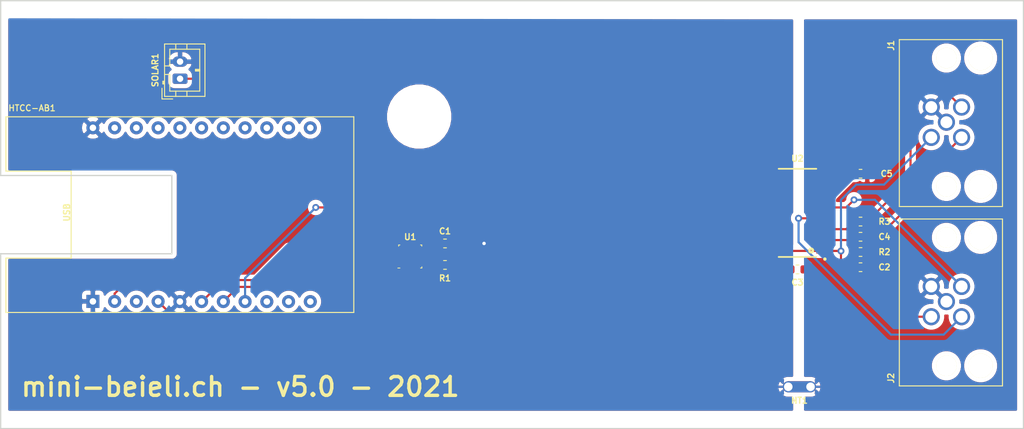
<source format=kicad_pcb>
(kicad_pcb (version 20171130) (host pcbnew 5.1.8-5.fc33)

  (general
    (thickness 1.6)
    (drawings 9)
    (tracks 119)
    (zones 0)
    (modules 16)
    (nets 17)
  )

  (page A4)
  (layers
    (0 F.Cu signal)
    (31 B.Cu signal)
    (32 B.Adhes user)
    (33 F.Adhes user)
    (34 B.Paste user)
    (35 F.Paste user)
    (36 B.SilkS user)
    (37 F.SilkS user)
    (38 B.Mask user)
    (39 F.Mask user)
    (40 Dwgs.User user)
    (41 Cmts.User user)
    (42 Eco1.User user)
    (43 Eco2.User user)
    (44 Edge.Cuts user)
    (45 Margin user)
    (46 B.CrtYd user)
    (47 F.CrtYd user)
    (48 B.Fab user)
    (49 F.Fab user)
  )

  (setup
    (last_trace_width 0.25)
    (trace_clearance 0.2)
    (zone_clearance 0.508)
    (zone_45_only no)
    (trace_min 0.2)
    (via_size 0.8)
    (via_drill 0.4)
    (via_min_size 0.4)
    (via_min_drill 0.3)
    (uvia_size 0.3)
    (uvia_drill 0.1)
    (uvias_allowed no)
    (uvia_min_size 0.2)
    (uvia_min_drill 0.1)
    (edge_width 0.05)
    (segment_width 0.2)
    (pcb_text_width 0.3)
    (pcb_text_size 1.5 1.5)
    (mod_edge_width 0.12)
    (mod_text_size 1 1)
    (mod_text_width 0.15)
    (pad_size 1.524 1.524)
    (pad_drill 0.762)
    (pad_to_mask_clearance 0.05)
    (aux_axis_origin 40 82.355)
    (grid_origin 40 82.355)
    (visible_elements FFFFFF7F)
    (pcbplotparams
      (layerselection 0x010fc_ffffffff)
      (usegerberextensions true)
      (usegerberattributes true)
      (usegerberadvancedattributes true)
      (creategerberjobfile true)
      (excludeedgelayer true)
      (linewidth 0.100000)
      (plotframeref false)
      (viasonmask false)
      (mode 1)
      (useauxorigin false)
      (hpglpennumber 1)
      (hpglpenspeed 20)
      (hpglpendiameter 15.000000)
      (psnegative false)
      (psa4output false)
      (plotreference true)
      (plotvalue true)
      (plotinvisibletext false)
      (padsonsilk false)
      (subtractmaskfromsilk false)
      (outputformat 1)
      (mirror false)
      (drillshape 0)
      (scaleselection 1)
      (outputdirectory "../pcbway-5.0/gerber/"))
  )

  (net 0 "")
  (net 1 GND)
  (net 2 /AGND)
  (net 3 VS)
  (net 4 /A_GREEN)
  (net 5 /A_WHITE)
  (net 6 /B_GREEN)
  (net 7 /B_WHITE)
  (net 8 /SDA)
  (net 9 /SCL)
  (net 10 /VEXT)
  (net 11 /GPIO0)
  (net 12 /AB_RED)
  (net 13 "Net-(R1-Pad2)")
  (net 14 "Net-(C4-Pad2)")
  (net 15 "Net-(C4-Pad1)")
  (net 16 "Net-(C5-Pad1)")

  (net_class Default "This is the default net class."
    (clearance 0.2)
    (trace_width 0.25)
    (via_dia 0.8)
    (via_drill 0.4)
    (uvia_dia 0.3)
    (uvia_drill 0.1)
    (add_net /AB_RED)
    (add_net /AGND)
    (add_net /A_GREEN)
    (add_net /A_WHITE)
    (add_net /B_GREEN)
    (add_net /B_WHITE)
    (add_net /GPIO0)
    (add_net /SCL)
    (add_net /SDA)
    (add_net /VEXT)
    (add_net GND)
    (add_net "Net-(C4-Pad1)")
    (add_net "Net-(C4-Pad2)")
    (add_net "Net-(C5-Pad1)")
    (add_net "Net-(R1-Pad2)")
    (add_net VS)
  )

  (module MountingHole:MountingHole_6.5mm (layer F.Cu) (tedit 56D1B4CB) (tstamp 5FE50911)
    (at 88.9 45.9)
    (descr "Mounting Hole 6.5mm, no annular")
    (tags "mounting hole 6.5mm no annular")
    (attr virtual)
    (fp_text reference MH1 (at 0 -7.5) (layer F.SilkS) hide
      (effects (font (size 1 1) (thickness 0.15)))
    )
    (fp_text value MountingHole_6.5mm (at 0 7.5) (layer F.Fab)
      (effects (font (size 1 1) (thickness 0.15)))
    )
    (fp_circle (center 0 0) (end 6.75 0) (layer F.CrtYd) (width 0.05))
    (fp_circle (center 0 0) (end 6.5 0) (layer Cmts.User) (width 0.15))
    (fp_text user %R (at 0.3 0) (layer F.Fab)
      (effects (font (size 1 1) (thickness 0.15)))
    )
    (pad 1 np_thru_hole circle (at 0 0) (size 6.5 6.5) (drill 6.5) (layers *.Cu *.Mask))
  )

  (module SUPERCAP:HTCC-AB01 (layer F.Cu) (tedit 5F5271B4) (tstamp 5F52A954)
    (at 60.938 57.355 90)
    (descr HTCC-AB01)
    (tags HTCC-AB01)
    (path /5F6D2856)
    (attr virtual)
    (fp_text reference HTCC-AB1 (at 12.446 -17.272) (layer F.SilkS)
      (effects (font (size 0.7 0.7) (thickness 0.127)))
    )
    (fp_text value HTCC-AB01 (at 0 22.86 90) (layer F.SilkS) hide
      (effects (font (size 0.6096 0.6096) (thickness 0.127)))
    )
    (fp_line (start 5.08 -12.7) (end -5.08 -12.7) (layer Dwgs.User) (width 0.127))
    (fp_line (start 5.08 -20.32) (end 5.08 -12.7) (layer Dwgs.User) (width 0.127))
    (fp_line (start -5.08 -20.32) (end -11.43 -20.32) (layer Dwgs.User) (width 0.127))
    (fp_line (start 11.43 20.32) (end 11.43 -20.32) (layer Dwgs.User) (width 0.127))
    (fp_line (start -11.43 20.32) (end 11.43 20.32) (layer Dwgs.User) (width 0.127))
    (fp_line (start -11.43 -20.32) (end -11.43 20.32) (layer Dwgs.User) (width 0.127))
    (fp_line (start -5.08 -12.7) (end -5.08 -20.32) (layer Dwgs.User) (width 0.127))
    (fp_line (start -11.43 20.32) (end 11.43 20.32) (layer F.SilkS) (width 0.127))
    (fp_line (start 11.43 20.32) (end 11.43 -20.32) (layer F.SilkS) (width 0.127))
    (fp_line (start -5.08 -20.32) (end -11.43 -20.32) (layer F.SilkS) (width 0.127))
    (fp_line (start 5.08 -20.32) (end 5.08 -12.7) (layer F.SilkS) (width 0.127))
    (fp_line (start 5.08 -12.7) (end -5.08 -12.7) (layer F.SilkS) (width 0.127))
    (fp_line (start -11.43 -20.32) (end -11.43 20.32) (layer F.SilkS) (width 0.127))
    (fp_line (start -5.08 -12.7) (end -5.08 -20.32) (layer F.SilkS) (width 0.127))
    (fp_line (start 11.43 -20.32) (end 5.08 -20.32) (layer Dwgs.User) (width 0.127))
    (fp_line (start 11.43 -20.32) (end 5.08 -20.32) (layer Dwgs.User) (width 0.127))
    (fp_line (start 11.43 -20.32) (end 5.08 -20.32) (layer F.SilkS) (width 0.127))
    (fp_text user USB (at 0.254 -13.208 90) (layer F.SilkS)
      (effects (font (size 0.7 0.7) (thickness 0.1524)))
    )
    (pad 12 thru_hole circle (at 10.14 15.24 90) (size 1.524 1.524) (drill 0.762) (layers *.Cu *.Mask))
    (pad 13 thru_hole circle (at 10.14 12.7 90) (size 1.524 1.524) (drill 0.762) (layers *.Cu *.Mask))
    (pad 14 thru_hole circle (at 10.14 10.16 90) (size 1.524 1.524) (drill 0.762) (layers *.Cu *.Mask))
    (pad 15 thru_hole circle (at 10.14 7.62 90) (size 1.524 1.524) (drill 0.762) (layers *.Cu *.Mask))
    (pad 16 thru_hole circle (at 10.14 5.08 90) (size 1.524 1.524) (drill 0.762) (layers *.Cu *.Mask))
    (pad 17 thru_hole circle (at 10.14 2.54 90) (size 1.524 1.524) (drill 0.762) (layers *.Cu *.Mask))
    (pad 18 thru_hole circle (at 10.14 0 90) (size 1.524 1.524) (drill 0.762) (layers *.Cu *.Mask))
    (pad 19 thru_hole circle (at 10.14 -2.54 90) (size 1.524 1.524) (drill 0.762) (layers *.Cu *.Mask))
    (pad 20 thru_hole circle (at 10.14 -5.08 90) (size 1.524 1.524) (drill 0.762) (layers *.Cu *.Mask))
    (pad 21 thru_hole circle (at 10.14 -7.62 90) (size 1.524 1.524) (drill 0.762) (layers *.Cu *.Mask))
    (pad 22 thru_hole circle (at 10.14 -10.16 90) (size 1.524 1.524) (drill 0.762) (layers *.Cu *.Mask)
      (net 1 GND))
    (pad 11 thru_hole circle (at -10.16 15.24 90) (size 1.524 1.524) (drill 0.762) (layers *.Cu *.Mask))
    (pad 10 thru_hole circle (at -10.16 12.7 90) (size 1.524 1.524) (drill 0.762) (layers *.Cu *.Mask))
    (pad 9 thru_hole circle (at -10.16 10.16 90) (size 1.524 1.524) (drill 0.762) (layers *.Cu *.Mask))
    (pad 8 thru_hole circle (at -10.16 7.62 90) (size 1.524 1.524) (drill 0.762) (layers *.Cu *.Mask)
      (net 11 /GPIO0))
    (pad 7 thru_hole circle (at -10.16 5.08 90) (size 1.524 1.524) (drill 0.762) (layers *.Cu *.Mask)
      (net 8 /SDA))
    (pad 6 thru_hole circle (at -10.16 2.54 90) (size 1.524 1.524) (drill 0.762) (layers *.Cu *.Mask)
      (net 9 /SCL))
    (pad 5 thru_hole circle (at -10.16 0 90) (size 1.524 1.524) (drill 0.762) (layers *.Cu *.Mask)
      (net 1 GND))
    (pad 4 thru_hole circle (at -10.14 -2.54 90) (size 1.524 1.524) (drill 0.762) (layers *.Cu *.Mask)
      (net 10 /VEXT))
    (pad 3 thru_hole circle (at -10.14 -5.08 90) (size 1.524 1.524) (drill 0.762) (layers *.Cu *.Mask))
    (pad 2 thru_hole circle (at -10.14 -7.62 90) (size 1.524 1.524) (drill 0.762) (layers *.Cu *.Mask)
      (net 3 VS))
    (pad 1 thru_hole rect (at -10.14 -10.16 90) (size 1.524 1.524) (drill 0.762) (layers *.Cu *.Mask)
      (net 1 GND))
  )

  (module T4145015051-001:T4145015051-001 (layer F.Cu) (tedit 0) (tstamp 5F40EB68)
    (at 150.495 67.515 90)
    (path /602AD758)
    (fp_text reference J2 (at -8.939 -6.477 90) (layer F.SilkS)
      (effects (font (size 0.7 0.7) (thickness 0.15)))
    )
    (fp_text value T4145015051-001 (at -7.38206 7.25284 90) (layer F.SilkS) hide
      (effects (font (size 0.788591 0.788591) (thickness 0.05)))
    )
    (fp_line (start 9.65 -5.5) (end 9.65 6.55) (layer F.SilkS) (width 0.127))
    (fp_line (start -9.85 -5.5) (end 9.65 -5.5) (layer F.SilkS) (width 0.127))
    (fp_line (start -9.85 6.55) (end -9.85 -5.5) (layer F.SilkS) (width 0.127))
    (fp_line (start 9.65 6.55) (end -9.85 6.55) (layer F.SilkS) (width 0.127))
    (pad Hole np_thru_hole circle (at -7.5 4 90) (size 2.85 2.85) (drill 2.85) (layers *.Cu *.Mask F.SilkS))
    (pad Hole np_thru_hole circle (at -7.5 0 90) (size 2.4 2.4) (drill 2.4) (layers *.Cu *.Mask F.SilkS))
    (pad Hole np_thru_hole circle (at 7.5 4 90) (size 2.85 2.85) (drill 2.85) (layers *.Cu *.Mask F.SilkS))
    (pad Hole np_thru_hole circle (at 7.5 0 90) (size 2.4 2.4) (drill 2.4) (layers *.Cu *.Mask F.SilkS))
    (pad P$5 thru_hole circle (at 0 0 90) (size 2 2) (drill 1.4) (layers *.Cu *.Mask)
      (net 2 /AGND))
    (pad P$4 thru_hole circle (at 1.77 1.77 90) (size 2 2) (drill 1.4) (layers *.Cu *.Mask)
      (net 6 /B_GREEN))
    (pad P$3 thru_hole circle (at -1.77 1.77 90) (size 2 2) (drill 1.4) (layers *.Cu *.Mask)
      (net 7 /B_WHITE))
    (pad P$2 thru_hole circle (at 1.77 -1.77 90) (size 2 2) (drill 1.4) (layers *.Cu *.Mask)
      (net 2 /AGND))
    (pad P$1 thru_hole circle (at -1.77 -1.77 90) (size 2 2) (drill 1.4) (layers *.Cu *.Mask)
      (net 12 /AB_RED))
  )

  (module Package_LGA:Bosch_LGA-8_2.5x2.5mm_P0.65mm_ClockwisePinNumbering (layer F.Cu) (tedit 5A0FA816) (tstamp 5F4FFBE0)
    (at 87.852 62.246 90)
    (descr LGA-8)
    (tags "lga land grid array")
    (path /5F40DD10)
    (attr smd)
    (fp_text reference U1 (at 2.286 0) (layer F.SilkS)
      (effects (font (size 0.7 0.7) (thickness 0.15)))
    )
    (fp_text value BME280 (at 0.015 2.535 90) (layer F.Fab)
      (effects (font (size 1 1) (thickness 0.15)))
    )
    (fp_line (start -1.35 1.36) (end -1.2 1.36) (layer F.SilkS) (width 0.1))
    (fp_line (start -1.25 -0.5) (end -0.5 -1.25) (layer F.Fab) (width 0.1))
    (fp_line (start -1.35 1.35) (end -1.35 1.2) (layer F.SilkS) (width 0.1))
    (fp_line (start 1.35 1.35) (end 1.35 1.2) (layer F.SilkS) (width 0.1))
    (fp_line (start 1.35 1.35) (end 1.2 1.35) (layer F.SilkS) (width 0.1))
    (fp_line (start 1.2 -1.35) (end 1.35 -1.35) (layer F.SilkS) (width 0.1))
    (fp_line (start 1.35 -1.35) (end 1.35 -1.2) (layer F.SilkS) (width 0.1))
    (fp_line (start -1.35 -1.2) (end -1.35 -1.45) (layer F.SilkS) (width 0.1))
    (fp_line (start -1.25 1.25) (end -1.25 -0.5) (layer F.Fab) (width 0.1))
    (fp_line (start -0.5 -1.25) (end 1.25 -1.25) (layer F.Fab) (width 0.1))
    (fp_line (start 1.25 -1.25) (end 1.25 1.25) (layer F.Fab) (width 0.1))
    (fp_line (start 1.25 1.25) (end -1.25 1.25) (layer F.Fab) (width 0.1))
    (fp_line (start -1.41 1.54) (end -1.41 -1.54) (layer F.CrtYd) (width 0.05))
    (fp_line (start -1.41 -1.54) (end 1.41 -1.54) (layer F.CrtYd) (width 0.05))
    (fp_line (start 1.41 -1.54) (end 1.41 1.54) (layer F.CrtYd) (width 0.05))
    (fp_line (start 1.41 1.54) (end -1.41 1.54) (layer F.CrtYd) (width 0.05))
    (fp_text user %R (at 0 0 270) (layer F.Fab)
      (effects (font (size 0.5 0.5) (thickness 0.075)))
    )
    (pad 5 smd rect (at 0.975 1.025 180) (size 0.5 0.35) (layers F.Cu F.Paste F.Mask)
      (net 13 "Net-(R1-Pad2)"))
    (pad 6 smd rect (at 0.325 1.025 180) (size 0.5 0.35) (layers F.Cu F.Paste F.Mask)
      (net 10 /VEXT))
    (pad 7 smd rect (at -0.325 1.025 180) (size 0.5 0.35) (layers F.Cu F.Paste F.Mask)
      (net 1 GND))
    (pad 8 smd rect (at -0.975 1.025 180) (size 0.5 0.35) (layers F.Cu F.Paste F.Mask)
      (net 10 /VEXT))
    (pad 1 smd rect (at -0.975 -1.025 180) (size 0.5 0.35) (layers F.Cu F.Paste F.Mask)
      (net 1 GND))
    (pad 2 smd rect (at -0.325 -1.025 180) (size 0.5 0.35) (layers F.Cu F.Paste F.Mask)
      (net 10 /VEXT))
    (pad 3 smd rect (at 0.325 -1.025 180) (size 0.5 0.35) (layers F.Cu F.Paste F.Mask)
      (net 8 /SDA))
    (pad 4 smd rect (at 0.975 -1.025 180) (size 0.5 0.35) (layers F.Cu F.Paste F.Mask)
      (net 9 /SCL))
    (model ${KISYS3DMOD}/Package_LGA.3dshapes/Bosch_LGA-8_2.5x2.5mm_P0.65mm_ClockwisePinNumbering.wrl
      (offset (xyz 0.01500000025472259 -0.03500000059435272 0))
      (scale (xyz 1 1 1))
      (rotate (xyz 0 0 0))
    )
  )

  (module Resistor_SMD:R_0603_1608Metric (layer F.Cu) (tedit 5B301BBD) (tstamp 5F4FFADF)
    (at 91.916 63.232)
    (descr "Resistor SMD 0603 (1608 Metric), square (rectangular) end terminal, IPC_7351 nominal, (Body size source: http://www.tortai-tech.com/upload/download/2011102023233369053.pdf), generated with kicad-footprint-generator")
    (tags resistor)
    (path /5F6AF340)
    (attr smd)
    (fp_text reference R1 (at 0 1.554) (layer F.SilkS)
      (effects (font (size 0.7 0.7) (thickness 0.15)))
    )
    (fp_text value 10k (at 0 1.43) (layer F.Fab)
      (effects (font (size 1 1) (thickness 0.15)))
    )
    (fp_line (start -0.8 0.4) (end -0.8 -0.4) (layer F.Fab) (width 0.1))
    (fp_line (start -0.8 -0.4) (end 0.8 -0.4) (layer F.Fab) (width 0.1))
    (fp_line (start 0.8 -0.4) (end 0.8 0.4) (layer F.Fab) (width 0.1))
    (fp_line (start 0.8 0.4) (end -0.8 0.4) (layer F.Fab) (width 0.1))
    (fp_line (start -0.162779 -0.51) (end 0.162779 -0.51) (layer F.SilkS) (width 0.12))
    (fp_line (start -0.162779 0.51) (end 0.162779 0.51) (layer F.SilkS) (width 0.12))
    (fp_line (start -1.48 0.73) (end -1.48 -0.73) (layer F.CrtYd) (width 0.05))
    (fp_line (start -1.48 -0.73) (end 1.48 -0.73) (layer F.CrtYd) (width 0.05))
    (fp_line (start 1.48 -0.73) (end 1.48 0.73) (layer F.CrtYd) (width 0.05))
    (fp_line (start 1.48 0.73) (end -1.48 0.73) (layer F.CrtYd) (width 0.05))
    (fp_text user %R (at 0 0) (layer F.Fab)
      (effects (font (size 0.4 0.4) (thickness 0.06)))
    )
    (pad 2 smd roundrect (at 0.7875 0) (size 0.875 0.95) (layers F.Cu F.Paste F.Mask) (roundrect_rratio 0.25)
      (net 13 "Net-(R1-Pad2)"))
    (pad 1 smd roundrect (at -0.7875 0) (size 0.875 0.95) (layers F.Cu F.Paste F.Mask) (roundrect_rratio 0.25)
      (net 10 /VEXT))
    (model ${KISYS3DMOD}/Resistor_SMD.3dshapes/R_0603_1608Metric.wrl
      (at (xyz 0 0 0))
      (scale (xyz 1 1 1))
      (rotate (xyz 0 0 0))
    )
  )

  (module Capacitor_SMD:C_0603_1608Metric (layer F.Cu) (tedit 5B301BBE) (tstamp 5F4FF782)
    (at 91.916 60.722)
    (descr "Capacitor SMD 0603 (1608 Metric), square (rectangular) end terminal, IPC_7351 nominal, (Body size source: http://www.tortai-tech.com/upload/download/2011102023233369053.pdf), generated with kicad-footprint-generator")
    (tags capacitor)
    (path /5FD34EBD)
    (attr smd)
    (fp_text reference C1 (at 0 -1.43) (layer F.SilkS)
      (effects (font (size 0.7 0.7) (thickness 0.15)))
    )
    (fp_text value 0.1uF (at 0 1.43) (layer F.Fab)
      (effects (font (size 1 1) (thickness 0.15)))
    )
    (fp_line (start -0.8 0.4) (end -0.8 -0.4) (layer F.Fab) (width 0.1))
    (fp_line (start -0.8 -0.4) (end 0.8 -0.4) (layer F.Fab) (width 0.1))
    (fp_line (start 0.8 -0.4) (end 0.8 0.4) (layer F.Fab) (width 0.1))
    (fp_line (start 0.8 0.4) (end -0.8 0.4) (layer F.Fab) (width 0.1))
    (fp_line (start -0.162779 -0.51) (end 0.162779 -0.51) (layer F.SilkS) (width 0.12))
    (fp_line (start -0.162779 0.51) (end 0.162779 0.51) (layer F.SilkS) (width 0.12))
    (fp_line (start -1.48 0.73) (end -1.48 -0.73) (layer F.CrtYd) (width 0.05))
    (fp_line (start -1.48 -0.73) (end 1.48 -0.73) (layer F.CrtYd) (width 0.05))
    (fp_line (start 1.48 -0.73) (end 1.48 0.73) (layer F.CrtYd) (width 0.05))
    (fp_line (start 1.48 0.73) (end -1.48 0.73) (layer F.CrtYd) (width 0.05))
    (fp_text user %R (at 0 0) (layer F.Fab)
      (effects (font (size 0.4 0.4) (thickness 0.06)))
    )
    (pad 2 smd roundrect (at 0.7875 0) (size 0.875 0.95) (layers F.Cu F.Paste F.Mask) (roundrect_rratio 0.25)
      (net 1 GND))
    (pad 1 smd roundrect (at -0.7875 0) (size 0.875 0.95) (layers F.Cu F.Paste F.Mask) (roundrect_rratio 0.25)
      (net 10 /VEXT))
    (model ${KISYS3DMOD}/Capacitor_SMD.3dshapes/C_0603_1608Metric.wrl
      (at (xyz 0 0 0))
      (scale (xyz 1 1 1))
      (rotate (xyz 0 0 0))
    )
  )

  (module nau7802:SOIC127P700X210-16N (layer F.Cu) (tedit 5EA843BF) (tstamp 5F531CD1)
    (at 133.096 57.15 180)
    (path /5F41501D)
    (fp_text reference U2 (at 0 6.35) (layer F.SilkS)
      (effects (font (size 0.7 0.7) (thickness 0.15)))
    )
    (fp_text value NAU7802SOIC (at 0.254 7.874) (layer F.Fab)
      (effects (font (size 1 1) (thickness 0.015)))
    )
    (fp_circle (center -1.6 -4.4) (end -1.4 -4.4) (layer F.SilkS) (width 0.3))
    (fp_line (start -4.375 5.5) (end -4.375 -5.5) (layer F.CrtYd) (width 0.05))
    (fp_line (start 4.375 5.5) (end -4.375 5.5) (layer F.CrtYd) (width 0.05))
    (fp_line (start 4.375 -5.5) (end 4.375 5.5) (layer F.CrtYd) (width 0.05))
    (fp_line (start -4.375 -5.5) (end 4.375 -5.5) (layer F.CrtYd) (width 0.05))
    (fp_circle (center -3.2 -5.4) (end -3.1 -5.4) (layer F.SilkS) (width 0.2))
    (fp_line (start -2.2 5.15) (end -2.2 -5.15) (layer F.Fab) (width 0.2))
    (fp_line (start 2.2 5.15) (end -2.2 5.15) (layer F.SilkS) (width 0.2))
    (fp_line (start 2.2 -5.15) (end 2.2 5.15) (layer F.Fab) (width 0.2))
    (fp_line (start -2.2 -5.15) (end 2.2 -5.15) (layer F.SilkS) (width 0.2))
    (pad 1 smd rect (at -3.105 -4.445 180) (size 1.8 0.64) (layers F.Cu F.Paste F.Mask)
      (net 12 /AB_RED))
    (pad 2 smd rect (at -3.105 -3.175 180) (size 1.8 0.64) (layers F.Cu F.Paste F.Mask)
      (net 15 "Net-(C4-Pad1)"))
    (pad 3 smd rect (at -3.105 -1.905 180) (size 1.8 0.64) (layers F.Cu F.Paste F.Mask)
      (net 14 "Net-(C4-Pad2)"))
    (pad 4 smd rect (at -3.105 -0.635 180) (size 1.8 0.64) (layers F.Cu F.Paste F.Mask)
      (net 7 /B_WHITE))
    (pad 5 smd rect (at -3.105 0.635 180) (size 1.8 0.64) (layers F.Cu F.Paste F.Mask)
      (net 6 /B_GREEN))
    (pad 6 smd rect (at -3.105 1.905 180) (size 1.8 0.64) (layers F.Cu F.Paste F.Mask)
      (net 16 "Net-(C5-Pad1)"))
    (pad 7 smd rect (at -3.105 3.175 180) (size 1.8 0.64) (layers F.Cu F.Paste F.Mask)
      (net 2 /AGND))
    (pad 8 smd rect (at -3.105 4.445 180) (size 1.8 0.64) (layers F.Cu F.Paste F.Mask)
      (net 2 /AGND))
    (pad 9 smd rect (at 3.105 4.445 180) (size 1.8 0.64) (layers F.Cu F.Paste F.Mask)
      (net 1 GND))
    (pad 10 smd rect (at 3.105 3.175 180) (size 1.8 0.64) (layers F.Cu F.Paste F.Mask))
    (pad 11 smd rect (at 3.105 1.905 180) (size 1.8 0.64) (layers F.Cu F.Paste F.Mask))
    (pad 12 smd rect (at 3.105 0.635 180) (size 1.8 0.64) (layers F.Cu F.Paste F.Mask)
      (net 11 /GPIO0))
    (pad 13 smd rect (at 3.105 -0.635 180) (size 1.8 0.64) (layers F.Cu F.Paste F.Mask)
      (net 9 /SCL))
    (pad 14 smd rect (at 3.105 -1.905 180) (size 1.8 0.64) (layers F.Cu F.Paste F.Mask)
      (net 8 /SDA))
    (pad 15 smd rect (at 3.105 -3.175 180) (size 1.8 0.64) (layers F.Cu F.Paste F.Mask)
      (net 10 /VEXT))
    (pad 16 smd rect (at 3.105 -4.445 180) (size 1.8 0.64) (layers F.Cu F.Paste F.Mask)
      (net 12 /AB_RED))
  )

  (module Connector_JST:JST_PH_B2B-PH-K_1x02_P2.00mm_Vertical (layer F.Cu) (tedit 5B7745C2) (tstamp 5F40ED13)
    (at 60.96 41.48 90)
    (descr "JST PH series connector, B2B-PH-K (http://www.jst-mfg.com/product/pdf/eng/ePH.pdf), generated with kicad-footprint-generator")
    (tags "connector JST PH side entry")
    (path /5FC3F569)
    (fp_text reference SOLAR1 (at 1 -2.9 90) (layer F.SilkS)
      (effects (font (size 0.7 0.7) (thickness 0.15)))
    )
    (fp_text value Conn_01x02_Female (at 1 4 90) (layer F.Fab)
      (effects (font (size 1 1) (thickness 0.15)))
    )
    (fp_line (start -2.06 -1.81) (end -2.06 2.91) (layer F.SilkS) (width 0.12))
    (fp_line (start -2.06 2.91) (end 4.06 2.91) (layer F.SilkS) (width 0.12))
    (fp_line (start 4.06 2.91) (end 4.06 -1.81) (layer F.SilkS) (width 0.12))
    (fp_line (start 4.06 -1.81) (end -2.06 -1.81) (layer F.SilkS) (width 0.12))
    (fp_line (start -0.3 -1.81) (end -0.3 -2.01) (layer F.SilkS) (width 0.12))
    (fp_line (start -0.3 -2.01) (end -0.6 -2.01) (layer F.SilkS) (width 0.12))
    (fp_line (start -0.6 -2.01) (end -0.6 -1.81) (layer F.SilkS) (width 0.12))
    (fp_line (start -0.3 -1.91) (end -0.6 -1.91) (layer F.SilkS) (width 0.12))
    (fp_line (start 0.5 -1.81) (end 0.5 -1.2) (layer F.SilkS) (width 0.12))
    (fp_line (start 0.5 -1.2) (end -1.45 -1.2) (layer F.SilkS) (width 0.12))
    (fp_line (start -1.45 -1.2) (end -1.45 2.3) (layer F.SilkS) (width 0.12))
    (fp_line (start -1.45 2.3) (end 3.45 2.3) (layer F.SilkS) (width 0.12))
    (fp_line (start 3.45 2.3) (end 3.45 -1.2) (layer F.SilkS) (width 0.12))
    (fp_line (start 3.45 -1.2) (end 1.5 -1.2) (layer F.SilkS) (width 0.12))
    (fp_line (start 1.5 -1.2) (end 1.5 -1.81) (layer F.SilkS) (width 0.12))
    (fp_line (start -2.06 -0.5) (end -1.45 -0.5) (layer F.SilkS) (width 0.12))
    (fp_line (start -2.06 0.8) (end -1.45 0.8) (layer F.SilkS) (width 0.12))
    (fp_line (start 4.06 -0.5) (end 3.45 -0.5) (layer F.SilkS) (width 0.12))
    (fp_line (start 4.06 0.8) (end 3.45 0.8) (layer F.SilkS) (width 0.12))
    (fp_line (start 0.9 2.3) (end 0.9 1.8) (layer F.SilkS) (width 0.12))
    (fp_line (start 0.9 1.8) (end 1.1 1.8) (layer F.SilkS) (width 0.12))
    (fp_line (start 1.1 1.8) (end 1.1 2.3) (layer F.SilkS) (width 0.12))
    (fp_line (start 1 2.3) (end 1 1.8) (layer F.SilkS) (width 0.12))
    (fp_line (start -1.11 -2.11) (end -2.36 -2.11) (layer F.SilkS) (width 0.12))
    (fp_line (start -2.36 -2.11) (end -2.36 -0.86) (layer F.SilkS) (width 0.12))
    (fp_line (start -1.11 -2.11) (end -2.36 -2.11) (layer F.Fab) (width 0.1))
    (fp_line (start -2.36 -2.11) (end -2.36 -0.86) (layer F.Fab) (width 0.1))
    (fp_line (start -1.95 -1.7) (end -1.95 2.8) (layer F.Fab) (width 0.1))
    (fp_line (start -1.95 2.8) (end 3.95 2.8) (layer F.Fab) (width 0.1))
    (fp_line (start 3.95 2.8) (end 3.95 -1.7) (layer F.Fab) (width 0.1))
    (fp_line (start 3.95 -1.7) (end -1.95 -1.7) (layer F.Fab) (width 0.1))
    (fp_line (start -2.45 -2.2) (end -2.45 3.3) (layer F.CrtYd) (width 0.05))
    (fp_line (start -2.45 3.3) (end 4.45 3.3) (layer F.CrtYd) (width 0.05))
    (fp_line (start 4.45 3.3) (end 4.45 -2.2) (layer F.CrtYd) (width 0.05))
    (fp_line (start 4.45 -2.2) (end -2.45 -2.2) (layer F.CrtYd) (width 0.05))
    (fp_text user %R (at 1 1.5 90) (layer F.Fab)
      (effects (font (size 1 1) (thickness 0.15)))
    )
    (pad 2 thru_hole oval (at 2 0 90) (size 1.2 1.75) (drill 0.75) (layers *.Cu *.Mask)
      (net 1 GND))
    (pad 1 thru_hole roundrect (at 0 0 90) (size 1.2 1.75) (drill 0.75) (layers *.Cu *.Mask) (roundrect_rratio 0.208333)
      (net 3 VS))
    (model ${KISYS3DMOD}/Connector_JST.3dshapes/JST_PH_B2B-PH-K_1x02_P2.00mm_Vertical.wrl
      (at (xyz 0 0 0))
      (scale (xyz 1 1 1))
      (rotate (xyz 0 0 0))
    )
  )

  (module Resistor_SMD:R_0603_1608Metric (layer F.Cu) (tedit 5B301BBD) (tstamp 5F49178F)
    (at 140.462 58.166)
    (descr "Resistor SMD 0603 (1608 Metric), square (rectangular) end terminal, IPC_7351 nominal, (Body size source: http://www.tortai-tech.com/upload/download/2011102023233369053.pdf), generated with kicad-footprint-generator")
    (tags resistor)
    (path /5F86CB81)
    (attr smd)
    (fp_text reference R3 (at 2.794 0) (layer F.SilkS)
      (effects (font (size 0.7 0.7) (thickness 0.15)))
    )
    (fp_text value 47 (at 0 1.43) (layer F.Fab)
      (effects (font (size 1 1) (thickness 0.15)))
    )
    (fp_line (start -0.8 0.4) (end -0.8 -0.4) (layer F.Fab) (width 0.1))
    (fp_line (start -0.8 -0.4) (end 0.8 -0.4) (layer F.Fab) (width 0.1))
    (fp_line (start 0.8 -0.4) (end 0.8 0.4) (layer F.Fab) (width 0.1))
    (fp_line (start 0.8 0.4) (end -0.8 0.4) (layer F.Fab) (width 0.1))
    (fp_line (start -0.162779 -0.51) (end 0.162779 -0.51) (layer F.SilkS) (width 0.12))
    (fp_line (start -0.162779 0.51) (end 0.162779 0.51) (layer F.SilkS) (width 0.12))
    (fp_line (start -1.48 0.73) (end -1.48 -0.73) (layer F.CrtYd) (width 0.05))
    (fp_line (start -1.48 -0.73) (end 1.48 -0.73) (layer F.CrtYd) (width 0.05))
    (fp_line (start 1.48 -0.73) (end 1.48 0.73) (layer F.CrtYd) (width 0.05))
    (fp_line (start 1.48 0.73) (end -1.48 0.73) (layer F.CrtYd) (width 0.05))
    (fp_text user %R (at 0 0) (layer F.Fab)
      (effects (font (size 0.4 0.4) (thickness 0.06)))
    )
    (pad 2 smd roundrect (at 0.7875 0) (size 0.875 0.95) (layers F.Cu F.Paste F.Mask) (roundrect_rratio 0.25)
      (net 4 /A_GREEN))
    (pad 1 smd roundrect (at -0.7875 0) (size 0.875 0.95) (layers F.Cu F.Paste F.Mask) (roundrect_rratio 0.25)
      (net 14 "Net-(C4-Pad2)"))
    (model ${KISYS3DMOD}/Resistor_SMD.3dshapes/R_0603_1608Metric.wrl
      (at (xyz 0 0 0))
      (scale (xyz 1 1 1))
      (rotate (xyz 0 0 0))
    )
  )

  (module Resistor_SMD:R_0603_1608Metric (layer F.Cu) (tedit 5B301BBD) (tstamp 5F40ECB6)
    (at 140.462 61.722)
    (descr "Resistor SMD 0603 (1608 Metric), square (rectangular) end terminal, IPC_7351 nominal, (Body size source: http://www.tortai-tech.com/upload/download/2011102023233369053.pdf), generated with kicad-footprint-generator")
    (tags resistor)
    (path /5F860866)
    (attr smd)
    (fp_text reference R2 (at 2.794 0) (layer F.SilkS)
      (effects (font (size 0.7 0.7) (thickness 0.15)))
    )
    (fp_text value 47 (at 0 1.43) (layer F.Fab)
      (effects (font (size 1 1) (thickness 0.15)))
    )
    (fp_line (start -0.8 0.4) (end -0.8 -0.4) (layer F.Fab) (width 0.1))
    (fp_line (start -0.8 -0.4) (end 0.8 -0.4) (layer F.Fab) (width 0.1))
    (fp_line (start 0.8 -0.4) (end 0.8 0.4) (layer F.Fab) (width 0.1))
    (fp_line (start 0.8 0.4) (end -0.8 0.4) (layer F.Fab) (width 0.1))
    (fp_line (start -0.162779 -0.51) (end 0.162779 -0.51) (layer F.SilkS) (width 0.12))
    (fp_line (start -0.162779 0.51) (end 0.162779 0.51) (layer F.SilkS) (width 0.12))
    (fp_line (start -1.48 0.73) (end -1.48 -0.73) (layer F.CrtYd) (width 0.05))
    (fp_line (start -1.48 -0.73) (end 1.48 -0.73) (layer F.CrtYd) (width 0.05))
    (fp_line (start 1.48 -0.73) (end 1.48 0.73) (layer F.CrtYd) (width 0.05))
    (fp_line (start 1.48 0.73) (end -1.48 0.73) (layer F.CrtYd) (width 0.05))
    (fp_text user %R (at 0 0) (layer F.Fab)
      (effects (font (size 0.4 0.4) (thickness 0.06)))
    )
    (pad 2 smd roundrect (at 0.7875 0) (size 0.875 0.95) (layers F.Cu F.Paste F.Mask) (roundrect_rratio 0.25)
      (net 5 /A_WHITE))
    (pad 1 smd roundrect (at -0.7875 0) (size 0.875 0.95) (layers F.Cu F.Paste F.Mask) (roundrect_rratio 0.25)
      (net 15 "Net-(C4-Pad1)"))
    (model ${KISYS3DMOD}/Resistor_SMD.3dshapes/R_0603_1608Metric.wrl
      (at (xyz 0 0 0))
      (scale (xyz 1 1 1))
      (rotate (xyz 0 0 0))
    )
  )

  (module NetTie:NetTie-2_THT_Pad1.0mm (layer F.Cu) (tedit 5A1CF824) (tstamp 5F48FD0A)
    (at 134.62 77.47 180)
    (descr "Net tie, 2 pin, 1.0mm round THT pads")
    (tags "net tie")
    (path /6045DF23)
    (attr virtual)
    (fp_text reference NT1 (at 1.3 -1.6) (layer F.SilkS)
      (effects (font (size 0.7 0.7) (thickness 0.15)))
    )
    (fp_text value Net-Tie_2 (at 1.3 1.6) (layer F.Fab)
      (effects (font (size 1 1) (thickness 0.15)))
    )
    (fp_poly (pts (xy 0 -0.65) (xy 2.6 -0.65) (xy 2.6 0.65) (xy 0 0.65)) (layer F.Cu) (width 0))
    (fp_poly (pts (xy 0 -0.65) (xy 2.6 -0.65) (xy 2.6 0.65) (xy 0 0.65)) (layer B.Cu) (width 0))
    (fp_line (start -0.9 0.9) (end -0.9 -0.9) (layer F.CrtYd) (width 0.05))
    (fp_line (start 3.5 0.9) (end -0.9 0.9) (layer F.CrtYd) (width 0.05))
    (fp_line (start 3.5 -0.9) (end 3.5 0.9) (layer F.CrtYd) (width 0.05))
    (fp_line (start -0.9 -0.9) (end 3.5 -0.9) (layer F.CrtYd) (width 0.05))
    (pad 2 thru_hole circle (at 2.6 0 180) (size 1.3 1.3) (drill 1) (layers *.Cu)
      (net 1 GND))
    (pad 1 thru_hole circle (at 0 0 180) (size 1.3 1.3) (drill 1) (layers *.Cu)
      (net 2 /AGND))
  )

  (module T4145015051-001:T4145015051-001 (layer F.Cu) (tedit 0) (tstamp 5F40EB57)
    (at 150.495 46.56 90)
    (path /601E2EC5)
    (fp_text reference J1 (at 8.968 -6.477 90) (layer F.SilkS)
      (effects (font (size 0.7 0.7) (thickness 0.15)))
    )
    (fp_text value T4145015051-001 (at -7.38206 7.25284 90) (layer F.SilkS) hide
      (effects (font (size 0.788591 0.788591) (thickness 0.05)))
    )
    (fp_line (start 9.65 -5.5) (end 9.65 6.55) (layer F.SilkS) (width 0.127))
    (fp_line (start -9.85 -5.5) (end 9.65 -5.5) (layer F.SilkS) (width 0.127))
    (fp_line (start -9.85 6.55) (end -9.85 -5.5) (layer F.SilkS) (width 0.127))
    (fp_line (start 9.65 6.55) (end -9.85 6.55) (layer F.SilkS) (width 0.127))
    (pad Hole np_thru_hole circle (at -7.5 4 90) (size 2.85 2.85) (drill 2.85) (layers *.Cu *.Mask F.SilkS))
    (pad Hole np_thru_hole circle (at -7.5 0 90) (size 2.4 2.4) (drill 2.4) (layers *.Cu *.Mask F.SilkS))
    (pad Hole np_thru_hole circle (at 7.5 4 90) (size 2.85 2.85) (drill 2.85) (layers *.Cu *.Mask F.SilkS))
    (pad Hole np_thru_hole circle (at 7.5 0 90) (size 2.4 2.4) (drill 2.4) (layers *.Cu *.Mask F.SilkS))
    (pad P$5 thru_hole circle (at 0 0 90) (size 2 2) (drill 1.4) (layers *.Cu *.Mask)
      (net 2 /AGND))
    (pad P$4 thru_hole circle (at 1.77 1.77 90) (size 2 2) (drill 1.4) (layers *.Cu *.Mask)
      (net 4 /A_GREEN))
    (pad P$3 thru_hole circle (at -1.77 1.77 90) (size 2 2) (drill 1.4) (layers *.Cu *.Mask)
      (net 5 /A_WHITE))
    (pad P$2 thru_hole circle (at 1.77 -1.77 90) (size 2 2) (drill 1.4) (layers *.Cu *.Mask)
      (net 2 /AGND))
    (pad P$1 thru_hole circle (at -1.77 -1.77 90) (size 2 2) (drill 1.4) (layers *.Cu *.Mask)
      (net 12 /AB_RED))
  )

  (module Capacitor_SMD:C_0603_1608Metric (layer F.Cu) (tedit 5B301BBE) (tstamp 5F4905FE)
    (at 140.462 52.578)
    (descr "Capacitor SMD 0603 (1608 Metric), square (rectangular) end terminal, IPC_7351 nominal, (Body size source: http://www.tortai-tech.com/upload/download/2011102023233369053.pdf), generated with kicad-footprint-generator")
    (tags capacitor)
    (path /5F720CB8)
    (attr smd)
    (fp_text reference C5 (at 3.048 0) (layer F.SilkS)
      (effects (font (size 0.7 0.7) (thickness 0.15)))
    )
    (fp_text value 0.1uF (at 0 1.43) (layer F.Fab)
      (effects (font (size 1 1) (thickness 0.15)))
    )
    (fp_line (start -0.8 0.4) (end -0.8 -0.4) (layer F.Fab) (width 0.1))
    (fp_line (start -0.8 -0.4) (end 0.8 -0.4) (layer F.Fab) (width 0.1))
    (fp_line (start 0.8 -0.4) (end 0.8 0.4) (layer F.Fab) (width 0.1))
    (fp_line (start 0.8 0.4) (end -0.8 0.4) (layer F.Fab) (width 0.1))
    (fp_line (start -0.162779 -0.51) (end 0.162779 -0.51) (layer F.SilkS) (width 0.12))
    (fp_line (start -0.162779 0.51) (end 0.162779 0.51) (layer F.SilkS) (width 0.12))
    (fp_line (start -1.48 0.73) (end -1.48 -0.73) (layer F.CrtYd) (width 0.05))
    (fp_line (start -1.48 -0.73) (end 1.48 -0.73) (layer F.CrtYd) (width 0.05))
    (fp_line (start 1.48 -0.73) (end 1.48 0.73) (layer F.CrtYd) (width 0.05))
    (fp_line (start 1.48 0.73) (end -1.48 0.73) (layer F.CrtYd) (width 0.05))
    (fp_text user %R (at 0 0) (layer F.Fab)
      (effects (font (size 0.4 0.4) (thickness 0.06)))
    )
    (pad 2 smd roundrect (at 0.7875 0) (size 0.875 0.95) (layers F.Cu F.Paste F.Mask) (roundrect_rratio 0.25)
      (net 2 /AGND))
    (pad 1 smd roundrect (at -0.7875 0) (size 0.875 0.95) (layers F.Cu F.Paste F.Mask) (roundrect_rratio 0.25)
      (net 16 "Net-(C5-Pad1)"))
    (model ${KISYS3DMOD}/Capacitor_SMD.3dshapes/C_0603_1608Metric.wrl
      (at (xyz 0 0 0))
      (scale (xyz 1 1 1))
      (rotate (xyz 0 0 0))
    )
  )

  (module Capacitor_SMD:C_0603_1608Metric (layer F.Cu) (tedit 5B301BBE) (tstamp 5F49097D)
    (at 140.462 59.944)
    (descr "Capacitor SMD 0603 (1608 Metric), square (rectangular) end terminal, IPC_7351 nominal, (Body size source: http://www.tortai-tech.com/upload/download/2011102023233369053.pdf), generated with kicad-footprint-generator")
    (tags capacitor)
    (path /5F78BFC8)
    (attr smd)
    (fp_text reference C4 (at 2.794 0) (layer F.SilkS)
      (effects (font (size 0.7 0.7) (thickness 0.15)))
    )
    (fp_text value 0.1uF (at 0 1.43) (layer F.Fab)
      (effects (font (size 1 1) (thickness 0.15)))
    )
    (fp_line (start -0.8 0.4) (end -0.8 -0.4) (layer F.Fab) (width 0.1))
    (fp_line (start -0.8 -0.4) (end 0.8 -0.4) (layer F.Fab) (width 0.1))
    (fp_line (start 0.8 -0.4) (end 0.8 0.4) (layer F.Fab) (width 0.1))
    (fp_line (start 0.8 0.4) (end -0.8 0.4) (layer F.Fab) (width 0.1))
    (fp_line (start -0.162779 -0.51) (end 0.162779 -0.51) (layer F.SilkS) (width 0.12))
    (fp_line (start -0.162779 0.51) (end 0.162779 0.51) (layer F.SilkS) (width 0.12))
    (fp_line (start -1.48 0.73) (end -1.48 -0.73) (layer F.CrtYd) (width 0.05))
    (fp_line (start -1.48 -0.73) (end 1.48 -0.73) (layer F.CrtYd) (width 0.05))
    (fp_line (start 1.48 -0.73) (end 1.48 0.73) (layer F.CrtYd) (width 0.05))
    (fp_line (start 1.48 0.73) (end -1.48 0.73) (layer F.CrtYd) (width 0.05))
    (fp_text user %R (at 0 0) (layer F.Fab)
      (effects (font (size 0.4 0.4) (thickness 0.06)))
    )
    (pad 2 smd roundrect (at 0.7875 0) (size 0.875 0.95) (layers F.Cu F.Paste F.Mask) (roundrect_rratio 0.25)
      (net 14 "Net-(C4-Pad2)"))
    (pad 1 smd roundrect (at -0.7875 0) (size 0.875 0.95) (layers F.Cu F.Paste F.Mask) (roundrect_rratio 0.25)
      (net 15 "Net-(C4-Pad1)"))
    (model ${KISYS3DMOD}/Capacitor_SMD.3dshapes/C_0603_1608Metric.wrl
      (at (xyz 0 0 0))
      (scale (xyz 1 1 1))
      (rotate (xyz 0 0 0))
    )
  )

  (module Capacitor_SMD:C_0603_1608Metric (layer F.Cu) (tedit 5B301BBE) (tstamp 5F492481)
    (at 133.096 63.754)
    (descr "Capacitor SMD 0603 (1608 Metric), square (rectangular) end terminal, IPC_7351 nominal, (Body size source: http://www.tortai-tech.com/upload/download/2011102023233369053.pdf), generated with kicad-footprint-generator")
    (tags capacitor)
    (path /5F7C8E30)
    (attr smd)
    (fp_text reference C3 (at 0 1.524) (layer F.SilkS)
      (effects (font (size 0.7 0.7) (thickness 0.15)))
    )
    (fp_text value 1uF (at 0 3.302) (layer F.Fab)
      (effects (font (size 1 1) (thickness 0.15)))
    )
    (fp_line (start -0.8 0.4) (end -0.8 -0.4) (layer F.Fab) (width 0.1))
    (fp_line (start -0.8 -0.4) (end 0.8 -0.4) (layer F.Fab) (width 0.1))
    (fp_line (start 0.8 -0.4) (end 0.8 0.4) (layer F.Fab) (width 0.1))
    (fp_line (start 0.8 0.4) (end -0.8 0.4) (layer F.Fab) (width 0.1))
    (fp_line (start -0.162779 -0.51) (end 0.162779 -0.51) (layer F.SilkS) (width 0.12))
    (fp_line (start -0.162779 0.51) (end 0.162779 0.51) (layer F.SilkS) (width 0.12))
    (fp_line (start -1.48 0.73) (end -1.48 -0.73) (layer F.CrtYd) (width 0.05))
    (fp_line (start -1.48 -0.73) (end 1.48 -0.73) (layer F.CrtYd) (width 0.05))
    (fp_line (start 1.48 -0.73) (end 1.48 0.73) (layer F.CrtYd) (width 0.05))
    (fp_line (start 1.48 0.73) (end -1.48 0.73) (layer F.CrtYd) (width 0.05))
    (fp_text user %R (at 0 0) (layer F.Fab)
      (effects (font (size 0.4 0.4) (thickness 0.06)))
    )
    (pad 2 smd roundrect (at 0.7875 0) (size 0.875 0.95) (layers F.Cu F.Paste F.Mask) (roundrect_rratio 0.25)
      (net 2 /AGND))
    (pad 1 smd roundrect (at -0.7875 0) (size 0.875 0.95) (layers F.Cu F.Paste F.Mask) (roundrect_rratio 0.25)
      (net 12 /AB_RED))
    (model ${KISYS3DMOD}/Capacitor_SMD.3dshapes/C_0603_1608Metric.wrl
      (at (xyz 0 0 0))
      (scale (xyz 1 1 1))
      (rotate (xyz 0 0 0))
    )
  )

  (module Capacitor_SMD:C_0603_1608Metric (layer F.Cu) (tedit 5B301BBE) (tstamp 5F40EA49)
    (at 140.462 63.5)
    (descr "Capacitor SMD 0603 (1608 Metric), square (rectangular) end terminal, IPC_7351 nominal, (Body size source: http://www.tortai-tech.com/upload/download/2011102023233369053.pdf), generated with kicad-footprint-generator")
    (tags capacitor)
    (path /5F853CE7)
    (attr smd)
    (fp_text reference C2 (at 2.794 0) (layer F.SilkS)
      (effects (font (size 0.7 0.7) (thickness 0.15)))
    )
    (fp_text value 0.1uF (at 0 1.43) (layer F.Fab)
      (effects (font (size 1 1) (thickness 0.15)))
    )
    (fp_line (start -0.8 0.4) (end -0.8 -0.4) (layer F.Fab) (width 0.1))
    (fp_line (start -0.8 -0.4) (end 0.8 -0.4) (layer F.Fab) (width 0.1))
    (fp_line (start 0.8 -0.4) (end 0.8 0.4) (layer F.Fab) (width 0.1))
    (fp_line (start 0.8 0.4) (end -0.8 0.4) (layer F.Fab) (width 0.1))
    (fp_line (start -0.162779 -0.51) (end 0.162779 -0.51) (layer F.SilkS) (width 0.12))
    (fp_line (start -0.162779 0.51) (end 0.162779 0.51) (layer F.SilkS) (width 0.12))
    (fp_line (start -1.48 0.73) (end -1.48 -0.73) (layer F.CrtYd) (width 0.05))
    (fp_line (start -1.48 -0.73) (end 1.48 -0.73) (layer F.CrtYd) (width 0.05))
    (fp_line (start 1.48 -0.73) (end 1.48 0.73) (layer F.CrtYd) (width 0.05))
    (fp_line (start 1.48 0.73) (end -1.48 0.73) (layer F.CrtYd) (width 0.05))
    (fp_text user %R (at 0 0) (layer F.Fab)
      (effects (font (size 0.4 0.4) (thickness 0.06)))
    )
    (pad 2 smd roundrect (at 0.7875 0) (size 0.875 0.95) (layers F.Cu F.Paste F.Mask) (roundrect_rratio 0.25)
      (net 2 /AGND))
    (pad 1 smd roundrect (at -0.7875 0) (size 0.875 0.95) (layers F.Cu F.Paste F.Mask) (roundrect_rratio 0.25)
      (net 12 /AB_RED))
    (model ${KISYS3DMOD}/Capacitor_SMD.3dshapes/C_0603_1608Metric.wrl
      (at (xyz 0 0 0))
      (scale (xyz 1 1 1))
      (rotate (xyz 0 0 0))
    )
  )

  (gr_text "mini-beieli.ch - v5.0 - 2021" (at 68 77.47) (layer F.SilkS) (tstamp 5F538405)
    (effects (font (size 2.2 2.2) (thickness 0.4)))
  )
  (gr_line (start 60 61.927) (end 60 52.783) (layer Edge.Cuts) (width 0.15) (tstamp 5F53BBDC))
  (gr_line (start 40 61.927) (end 60 61.927) (layer Edge.Cuts) (width 0.15) (tstamp 5F53BBD2))
  (gr_line (start 40 52.783) (end 60 52.783) (layer Edge.Cuts) (width 0.15) (tstamp 5F53BBC4))
  (gr_line (start 40 52.783) (end 40 32.355) (layer Edge.Cuts) (width 0.15) (tstamp 5F53BBB4))
  (gr_line (start 40 82.355) (end 40 61.927) (layer Edge.Cuts) (width 0.15) (tstamp 5F48EBD2))
  (gr_line (start 159.5 82.355) (end 40 82.355) (layer Edge.Cuts) (width 0.15))
  (gr_line (start 159.5 32.355) (end 159.5 82.355) (layer Edge.Cuts) (width 0.15))
  (gr_line (start 40 32.355) (end 159.5 32.355) (layer Edge.Cuts) (width 0.15))

  (segment (start 132.02 77.47) (end 129.54 77.47) (width 0.25) (layer F.Cu) (net 1))
  (segment (start 132.02 77.47) (end 129.54 77.47) (width 0.25) (layer B.Cu) (net 1))
  (segment (start 87.880588 63.221) (end 88.530588 62.571) (width 0.25) (layer F.Cu) (net 1))
  (segment (start 88.530588 62.571) (end 88.877 62.571) (width 0.25) (layer F.Cu) (net 1))
  (segment (start 86.827 63.221) (end 87.880588 63.221) (width 0.25) (layer F.Cu) (net 1))
  (segment (start 92.7035 60.722) (end 96.478 60.722) (width 0.25) (layer F.Cu) (net 1))
  (segment (start 96.478 60.722) (end 96.622 60.722) (width 0.25) (layer F.Cu) (net 1) (tstamp 5FE5012A))
  (via (at 96.478 60.722) (size 0.8) (drill 0.4) (layers F.Cu B.Cu) (net 1))
  (segment (start 134.62 77.47) (end 137.668 77.47) (width 0.25) (layer F.Cu) (net 2))
  (segment (start 134.62 77.47) (end 137.668 77.47) (width 0.25) (layer B.Cu) (net 2))
  (segment (start 53.318 66.582) (end 53.318 67.495) (width 0.25) (layer F.Cu) (net 3))
  (segment (start 55.9 64) (end 53.318 66.582) (width 0.25) (layer F.Cu) (net 3))
  (segment (start 66.4 64) (end 55.9 64) (width 0.25) (layer F.Cu) (net 3))
  (segment (start 78.9 51.5) (end 66.4 64) (width 0.25) (layer F.Cu) (net 3))
  (segment (start 75.48 41.48) (end 78.9 44.9) (width 0.25) (layer F.Cu) (net 3))
  (segment (start 78.9 44.9) (end 78.9 51.5) (width 0.25) (layer F.Cu) (net 3))
  (segment (start 60.96 41.48) (end 75.48 41.48) (width 0.25) (layer F.Cu) (net 3))
  (segment (start 141.2495 58.166) (end 146.304 53.1115) (width 0.25) (layer F.Cu) (net 4))
  (segment (start 146.304 53.1115) (end 146.304 43.942) (width 0.25) (layer F.Cu) (net 4))
  (segment (start 146.304 43.942) (end 147.828 42.418) (width 0.25) (layer F.Cu) (net 4))
  (segment (start 149.893 42.418) (end 152.265 44.79) (width 0.25) (layer F.Cu) (net 4))
  (segment (start 147.828 42.418) (end 149.893 42.418) (width 0.25) (layer F.Cu) (net 4))
  (segment (start 141.2495 61.247) (end 148.082 54.4145) (width 0.25) (layer F.Cu) (net 5))
  (segment (start 141.2495 61.722) (end 141.2495 61.247) (width 0.25) (layer F.Cu) (net 5))
  (segment (start 148.082 52.513) (end 152.265 48.33) (width 0.25) (layer F.Cu) (net 5))
  (segment (start 148.082 54.4145) (end 148.082 52.513) (width 0.25) (layer F.Cu) (net 5))
  (segment (start 152.265 65.745) (end 142.146 55.626) (width 0.25) (layer B.Cu) (net 6))
  (segment (start 142.146 55.626) (end 139.7 55.626) (width 0.25) (layer B.Cu) (net 6))
  (segment (start 139.7 55.626) (end 139.7 55.626) (width 0.25) (layer B.Cu) (net 6) (tstamp 5F52F71C))
  (via (at 139.7 55.626) (size 0.8) (drill 0.4) (layers F.Cu B.Cu) (net 6))
  (segment (start 138.811 56.515) (end 136.201 56.515) (width 0.25) (layer F.Cu) (net 6))
  (segment (start 139.7 55.626) (end 138.811 56.515) (width 0.25) (layer F.Cu) (net 6))
  (segment (start 152.265 69.731) (end 152.265 69.285) (width 0.25) (layer F.Cu) (net 7))
  (segment (start 136.201 57.785) (end 133.223 57.785) (width 0.25) (layer F.Cu) (net 7))
  (segment (start 133.223 57.785) (end 133.223 57.785) (width 0.25) (layer F.Cu) (net 7) (tstamp 5F52F6A8))
  (via (at 133.223 57.785) (size 0.8) (drill 0.4) (layers F.Cu B.Cu) (net 7))
  (segment (start 133.223 57.785) (end 133.223 57.785) (width 0.25) (layer F.Cu) (net 7) (tstamp 5F52F6AA))
  (via (at 133.223 57.785) (size 0.8) (drill 0.4) (layers F.Cu B.Cu) (net 7))
  (segment (start 133.223 57.785) (end 133.223 60.579) (width 0.25) (layer B.Cu) (net 7))
  (segment (start 133.223 60.579) (end 144.018 71.374) (width 0.25) (layer B.Cu) (net 7))
  (segment (start 150.176 71.374) (end 152.265 69.285) (width 0.25) (layer B.Cu) (net 7))
  (segment (start 144.018 71.374) (end 150.176 71.374) (width 0.25) (layer B.Cu) (net 7))
  (segment (start 66.018 67.515) (end 67.733 65.8) (width 0.25) (layer F.Cu) (net 8))
  (segment (start 67.733 65.8) (end 71.1 65.8) (width 0.25) (layer F.Cu) (net 8))
  (segment (start 74.979 61.921) (end 86.827 61.921) (width 0.25) (layer F.Cu) (net 8))
  (segment (start 71.1 65.8) (end 74.979 61.921) (width 0.25) (layer F.Cu) (net 8))
  (segment (start 89.245 59.055) (end 129.991 59.055) (width 0.25) (layer F.Cu) (net 8))
  (segment (start 87.402001 60.897999) (end 89.245 59.055) (width 0.25) (layer F.Cu) (net 8))
  (segment (start 87.402001 61.706001) (end 87.402001 60.897999) (width 0.25) (layer F.Cu) (net 8))
  (segment (start 86.827 61.771001) (end 87.337001 61.771001) (width 0.25) (layer F.Cu) (net 8))
  (segment (start 87.337001 61.771001) (end 87.402001 61.706001) (width 0.25) (layer F.Cu) (net 8))
  (segment (start 86.827 61.921) (end 86.827 61.771001) (width 0.25) (layer F.Cu) (net 8))
  (segment (start 63.52141 67.515) (end 66.03641 65) (width 0.25) (layer F.Cu) (net 9))
  (segment (start 63.478 67.515) (end 63.52141 67.515) (width 0.25) (layer F.Cu) (net 9))
  (segment (start 66.03641 65) (end 69.9 65) (width 0.25) (layer F.Cu) (net 9))
  (segment (start 73.629 61.271) (end 86.827 61.271) (width 0.25) (layer F.Cu) (net 9))
  (segment (start 69.9 65) (end 73.629 61.271) (width 0.25) (layer F.Cu) (net 9))
  (segment (start 86.827 61.271) (end 86.827 60.173) (width 0.25) (layer F.Cu) (net 9))
  (segment (start 89.215 57.785) (end 129.991 57.785) (width 0.25) (layer F.Cu) (net 9))
  (segment (start 86.827 60.173) (end 89.215 57.785) (width 0.25) (layer F.Cu) (net 9))
  (segment (start 87.977 61.921) (end 88.877 61.921) (width 0.25) (layer F.Cu) (net 10))
  (segment (start 87.327 62.571) (end 87.977 61.921) (width 0.25) (layer F.Cu) (net 10))
  (segment (start 86.827 62.571) (end 87.327 62.571) (width 0.25) (layer F.Cu) (net 10))
  (segment (start 91.1175 63.221) (end 91.1285 63.232) (width 0.25) (layer F.Cu) (net 10))
  (segment (start 88.877 63.221) (end 91.1175 63.221) (width 0.25) (layer F.Cu) (net 10))
  (segment (start 91.154 63.2575) (end 91.1285 63.232) (width 0.25) (layer F.Cu) (net 10))
  (segment (start 89.8175 61.921) (end 91.1285 63.232) (width 0.25) (layer F.Cu) (net 10))
  (segment (start 88.877 61.921) (end 89.8175 61.921) (width 0.25) (layer F.Cu) (net 10))
  (segment (start 88.516998 61.921) (end 88.877 61.921) (width 0.25) (layer F.Cu) (net 10))
  (segment (start 58.398 67.495) (end 60.603 69.7) (width 0.25) (layer F.Cu) (net 10))
  (segment (start 86.466998 62.571) (end 86.827 62.571) (width 0.25) (layer F.Cu) (net 10))
  (segment (start 79.337998 69.7) (end 86.466998 62.571) (width 0.25) (layer F.Cu) (net 10))
  (segment (start 60.603 69.7) (end 79.337998 69.7) (width 0.25) (layer F.Cu) (net 10))
  (segment (start 88.415998 60.722) (end 91.1285 60.722) (width 0.25) (layer F.Cu) (net 10))
  (segment (start 87.977 61.160998) (end 88.415998 60.722) (width 0.25) (layer F.Cu) (net 10))
  (segment (start 87.977 61.921) (end 87.977 61.160998) (width 0.25) (layer F.Cu) (net 10))
  (segment (start 128.841 60.325) (end 129.991 60.325) (width 0.25) (layer F.Cu) (net 10))
  (segment (start 124.166 65) (end 128.841 60.325) (width 0.25) (layer F.Cu) (net 10))
  (segment (start 92.9 65) (end 124.166 65) (width 0.25) (layer F.Cu) (net 10))
  (segment (start 91.93201 64.03201) (end 92.9 65) (width 0.25) (layer F.Cu) (net 10))
  (segment (start 91.92851 64.03201) (end 91.93201 64.03201) (width 0.25) (layer F.Cu) (net 10))
  (segment (start 91.1285 63.232) (end 91.92851 64.03201) (width 0.25) (layer F.Cu) (net 10))
  (segment (start 129.991 56.515) (end 76.815 56.515) (width 0.25) (layer F.Cu) (net 11))
  (segment (start 76.815 56.515) (end 76.815 56.515) (width 0.25) (layer F.Cu) (net 11) (tstamp 5FE500D1))
  (via (at 76.815 56.515) (size 0.8) (drill 0.4) (layers F.Cu B.Cu) (net 11))
  (segment (start 68.558 64.772) (end 76.815 56.515) (width 0.25) (layer B.Cu) (net 11))
  (segment (start 68.558 67.515) (end 68.558 64.772) (width 0.25) (layer B.Cu) (net 11))
  (segment (start 137.7695 61.595) (end 137.78225 61.60775) (width 0.25) (layer F.Cu) (net 12))
  (segment (start 136.201 61.595) (end 137.7695 61.595) (width 0.25) (layer F.Cu) (net 12))
  (segment (start 129.991 61.595) (end 129.991 61.6905) (width 0.25) (layer F.Cu) (net 12))
  (segment (start 129.991 61.595) (end 129.991 62.173) (width 0.25) (layer F.Cu) (net 12))
  (segment (start 131.572 63.754) (end 132.3085 63.754) (width 0.25) (layer F.Cu) (net 12))
  (segment (start 129.991 62.173) (end 131.572 63.754) (width 0.25) (layer F.Cu) (net 12))
  (segment (start 129.991 61.595) (end 136.201 61.595) (width 0.25) (layer F.Cu) (net 12))
  (segment (start 139.6745 63.5) (end 139.6745 63.7285) (width 0.25) (layer F.Cu) (net 12))
  (segment (start 145.4595 69.285) (end 148.725 69.285) (width 0.25) (layer F.Cu) (net 12))
  (segment (start 139.6745 63.5) (end 145.4595 69.285) (width 0.25) (layer F.Cu) (net 12))
  (via (at 138.176 61.60775) (size 0.8) (drill 0.4) (layers F.Cu B.Cu) (net 12))
  (segment (start 143.207 53.848) (end 148.725 48.33) (width 0.25) (layer B.Cu) (net 12))
  (segment (start 139.954 53.848) (end 143.207 53.848) (width 0.25) (layer B.Cu) (net 12))
  (segment (start 138.176 55.626) (end 139.954 53.848) (width 0.25) (layer B.Cu) (net 12))
  (segment (start 138.176 61.60775) (end 138.176 55.626) (width 0.25) (layer B.Cu) (net 12))
  (segment (start 138.176 61.60775) (end 138.176 62.738) (width 0.25) (layer F.Cu) (net 12))
  (segment (start 138.938 63.5) (end 139.6745 63.5) (width 0.25) (layer F.Cu) (net 12))
  (segment (start 138.176 62.738) (end 138.938 63.5) (width 0.25) (layer F.Cu) (net 12))
  (segment (start 88.877 61.271) (end 90.179 61.271) (width 0.25) (layer F.Cu) (net 13))
  (segment (start 92.7035 63.232) (end 92.7035 62.7795) (width 0.25) (layer F.Cu) (net 13))
  (segment (start 92.7035 62.7795) (end 91.916 61.992) (width 0.25) (layer F.Cu) (net 13))
  (segment (start 90.9 61.992) (end 90.179 61.271) (width 0.25) (layer F.Cu) (net 13))
  (segment (start 91.916 61.992) (end 90.9 61.992) (width 0.25) (layer F.Cu) (net 13))
  (segment (start 139.6745 58.369) (end 141.2495 59.944) (width 0.25) (layer F.Cu) (net 14))
  (segment (start 139.6745 58.166) (end 139.6745 58.369) (width 0.25) (layer F.Cu) (net 14))
  (segment (start 138.7855 59.055) (end 139.6745 58.166) (width 0.25) (layer F.Cu) (net 14))
  (segment (start 136.201 59.055) (end 138.7855 59.055) (width 0.25) (layer F.Cu) (net 14))
  (segment (start 139.2935 60.325) (end 139.6745 59.944) (width 0.25) (layer F.Cu) (net 15))
  (segment (start 136.201 60.325) (end 139.2935 60.325) (width 0.25) (layer F.Cu) (net 15))
  (segment (start 139.6745 59.944) (end 139.6745 61.722) (width 0.25) (layer F.Cu) (net 15))
  (segment (start 137.0075 55.245) (end 139.6745 52.578) (width 0.25) (layer F.Cu) (net 16))
  (segment (start 136.201 55.245) (end 137.0075 55.245) (width 0.25) (layer F.Cu) (net 16))

  (zone (net 2) (net_name /AGND) (layer F.Cu) (tstamp 5F52852F) (hatch edge 0.508)
    (connect_pads (clearance 0.508))
    (min_thickness 0.254)
    (fill yes (arc_segments 32) (thermal_gap 0.508) (thermal_bridge_width 0.508))
    (polygon
      (pts
        (xy 158.75 80.264) (xy 133.858 80.264) (xy 133.858 34.544) (xy 158.75 34.544)
      )
    )
    (filled_polygon
      (pts
        (xy 158.623 80.137) (xy 133.985 80.137) (xy 133.985 78.755) (xy 134.594974 78.755) (xy 134.696455 78.758952)
        (xy 134.946449 78.71927) (xy 135.183896 78.631578) (xy 135.272534 78.584201) (xy 135.325922 78.355527) (xy 135.236619 78.266224)
        (xy 135.241124 78.252024) (xy 135.241373 78.249808) (xy 135.24203 78.247684) (xy 135.248276 78.188257) (xy 135.254938 78.128866)
        (xy 135.254968 78.124596) (xy 135.254985 78.124433) (xy 135.25497 78.12427) (xy 135.255 78.12) (xy 135.255 77.925395)
        (xy 135.505527 78.175922) (xy 135.734201 78.122534) (xy 135.840095 77.892626) (xy 135.899102 77.646476) (xy 135.908952 77.393545)
        (xy 135.86927 77.143551) (xy 135.781578 76.906104) (xy 135.734201 76.817466) (xy 135.505527 76.764078) (xy 135.255 77.014605)
        (xy 135.255 76.82) (xy 135.249166 76.760495) (xy 135.243752 76.701013) (xy 135.243125 76.698882) (xy 135.242907 76.696661)
        (xy 135.236142 76.674253) (xy 135.325922 76.584473) (xy 135.272534 76.355799) (xy 135.042626 76.249905) (xy 134.796476 76.190898)
        (xy 134.543545 76.181048) (xy 134.518648 76.185) (xy 133.985 76.185) (xy 133.985 74.834268) (xy 148.66 74.834268)
        (xy 148.66 75.195732) (xy 148.730518 75.55025) (xy 148.868844 75.884199) (xy 149.069662 76.184744) (xy 149.325256 76.440338)
        (xy 149.625801 76.641156) (xy 149.95975 76.779482) (xy 150.314268 76.85) (xy 150.675732 76.85) (xy 151.03025 76.779482)
        (xy 151.364199 76.641156) (xy 151.664744 76.440338) (xy 151.920338 76.184744) (xy 152.121156 75.884199) (xy 152.259482 75.55025)
        (xy 152.33 75.195732) (xy 152.33 74.834268) (xy 152.325593 74.812108) (xy 152.435 74.812108) (xy 152.435 75.217892)
        (xy 152.514165 75.61588) (xy 152.669452 75.990776) (xy 152.894894 76.328173) (xy 153.181827 76.615106) (xy 153.519224 76.840548)
        (xy 153.89412 76.995835) (xy 154.292108 77.075) (xy 154.697892 77.075) (xy 155.09588 76.995835) (xy 155.470776 76.840548)
        (xy 155.808173 76.615106) (xy 156.095106 76.328173) (xy 156.320548 75.990776) (xy 156.475835 75.61588) (xy 156.555 75.217892)
        (xy 156.555 74.812108) (xy 156.475835 74.41412) (xy 156.320548 74.039224) (xy 156.095106 73.701827) (xy 155.808173 73.414894)
        (xy 155.470776 73.189452) (xy 155.09588 73.034165) (xy 154.697892 72.955) (xy 154.292108 72.955) (xy 153.89412 73.034165)
        (xy 153.519224 73.189452) (xy 153.181827 73.414894) (xy 152.894894 73.701827) (xy 152.669452 74.039224) (xy 152.514165 74.41412)
        (xy 152.435 74.812108) (xy 152.325593 74.812108) (xy 152.259482 74.47975) (xy 152.121156 74.145801) (xy 151.920338 73.845256)
        (xy 151.664744 73.589662) (xy 151.364199 73.388844) (xy 151.03025 73.250518) (xy 150.675732 73.18) (xy 150.314268 73.18)
        (xy 149.95975 73.250518) (xy 149.625801 73.388844) (xy 149.325256 73.589662) (xy 149.069662 73.845256) (xy 148.868844 74.145801)
        (xy 148.730518 74.47975) (xy 148.66 74.834268) (xy 133.985 74.834268) (xy 133.985 64.864) (xy 134.010502 64.864)
        (xy 134.010502 64.705252) (xy 134.16925 64.864) (xy 134.321 64.867072) (xy 134.445482 64.854812) (xy 134.56518 64.818502)
        (xy 134.675494 64.759537) (xy 134.772185 64.680185) (xy 134.851537 64.583494) (xy 134.910502 64.47318) (xy 134.946812 64.353482)
        (xy 134.959072 64.229) (xy 134.956 64.03975) (xy 134.79725 63.881) (xy 134.0105 63.881) (xy 134.0105 63.901)
        (xy 133.985 63.901) (xy 133.985 63.607) (xy 134.0105 63.607) (xy 134.0105 63.627) (xy 134.79725 63.627)
        (xy 134.956 63.46825) (xy 134.959072 63.279) (xy 134.946812 63.154518) (xy 134.910502 63.03482) (xy 134.851537 62.924506)
        (xy 134.772185 62.827815) (xy 134.675494 62.748463) (xy 134.56518 62.689498) (xy 134.445482 62.653188) (xy 134.321 62.640928)
        (xy 134.16925 62.644) (xy 134.010502 62.802748) (xy 134.010502 62.644) (xy 133.985 62.644) (xy 133.985 62.355)
        (xy 134.840636 62.355) (xy 134.849815 62.366185) (xy 134.946506 62.445537) (xy 135.05682 62.504502) (xy 135.176518 62.540812)
        (xy 135.301 62.553072) (xy 137.101 62.553072) (xy 137.225482 62.540812) (xy 137.34518 62.504502) (xy 137.416001 62.466647)
        (xy 137.416001 62.700668) (xy 137.412324 62.738) (xy 137.426998 62.886985) (xy 137.470454 63.030246) (xy 137.541026 63.162276)
        (xy 137.607891 63.24375) (xy 137.636 63.278001) (xy 137.664998 63.301799) (xy 138.374201 64.011002) (xy 138.397999 64.040001)
        (xy 138.513724 64.134974) (xy 138.645753 64.205546) (xy 138.746465 64.236096) (xy 138.849885 64.362115) (xy 138.979725 64.468671)
        (xy 139.127858 64.54785) (xy 139.288592 64.596608) (xy 139.45575 64.613072) (xy 139.712771 64.613072) (xy 144.895705 69.796008)
        (xy 144.919499 69.825001) (xy 144.948492 69.848795) (xy 144.948496 69.848799) (xy 144.986497 69.879985) (xy 145.035224 69.919974)
        (xy 145.167253 69.990546) (xy 145.310514 70.034003) (xy 145.422167 70.045) (xy 145.422176 70.045) (xy 145.459499 70.048676)
        (xy 145.496822 70.045) (xy 147.270091 70.045) (xy 147.276082 70.059463) (xy 147.455013 70.327252) (xy 147.682748 70.554987)
        (xy 147.950537 70.733918) (xy 148.248088 70.857168) (xy 148.563967 70.92) (xy 148.886033 70.92) (xy 149.201912 70.857168)
        (xy 149.499463 70.733918) (xy 149.767252 70.554987) (xy 149.994987 70.327252) (xy 150.173918 70.059463) (xy 150.297168 69.761912)
        (xy 150.36 69.446033) (xy 150.36 69.144835) (xy 150.557595 69.156718) (xy 150.63 69.146789) (xy 150.63 69.446033)
        (xy 150.692832 69.761912) (xy 150.816082 70.059463) (xy 150.995013 70.327252) (xy 151.222748 70.554987) (xy 151.490537 70.733918)
        (xy 151.788088 70.857168) (xy 152.103967 70.92) (xy 152.426033 70.92) (xy 152.741912 70.857168) (xy 153.039463 70.733918)
        (xy 153.307252 70.554987) (xy 153.534987 70.327252) (xy 153.713918 70.059463) (xy 153.837168 69.761912) (xy 153.9 69.446033)
        (xy 153.9 69.123967) (xy 153.837168 68.808088) (xy 153.713918 68.510537) (xy 153.534987 68.242748) (xy 153.307252 68.015013)
        (xy 153.039463 67.836082) (xy 152.741912 67.712832) (xy 152.426033 67.65) (xy 152.124835 67.65) (xy 152.136718 67.452405)
        (xy 152.126789 67.38) (xy 152.426033 67.38) (xy 152.741912 67.317168) (xy 153.039463 67.193918) (xy 153.307252 67.014987)
        (xy 153.534987 66.787252) (xy 153.713918 66.519463) (xy 153.837168 66.221912) (xy 153.9 65.906033) (xy 153.9 65.583967)
        (xy 153.837168 65.268088) (xy 153.713918 64.970537) (xy 153.534987 64.702748) (xy 153.307252 64.475013) (xy 153.039463 64.296082)
        (xy 152.741912 64.172832) (xy 152.426033 64.11) (xy 152.103967 64.11) (xy 151.788088 64.172832) (xy 151.490537 64.296082)
        (xy 151.222748 64.475013) (xy 150.995013 64.702748) (xy 150.816082 64.970537) (xy 150.692832 65.268088) (xy 150.63 65.583967)
        (xy 150.63 65.885165) (xy 150.432405 65.873282) (xy 150.354597 65.883952) (xy 150.366718 65.682405) (xy 150.322961 65.363325)
        (xy 150.217795 65.058912) (xy 150.124814 64.884956) (xy 149.860413 64.789192) (xy 148.904605 65.745) (xy 150.495 67.335395)
        (xy 150.509143 67.321253) (xy 150.688748 67.500858) (xy 150.674605 67.515) (xy 150.688748 67.529143) (xy 150.509143 67.708748)
        (xy 150.495 67.694605) (xy 150.480858 67.708748) (xy 150.301253 67.529143) (xy 150.315395 67.515) (xy 148.725 65.924605)
        (xy 147.769192 66.880413) (xy 147.864956 67.144814) (xy 148.154571 67.285704) (xy 148.466108 67.367384) (xy 148.787595 67.386718)
        (xy 148.865403 67.376048) (xy 148.853282 67.577595) (xy 148.863211 67.65) (xy 148.563967 67.65) (xy 148.248088 67.712832)
        (xy 147.950537 67.836082) (xy 147.682748 68.015013) (xy 147.455013 68.242748) (xy 147.276082 68.510537) (xy 147.270091 68.525)
        (xy 145.774303 68.525) (xy 143.056897 65.807595) (xy 147.083282 65.807595) (xy 147.127039 66.126675) (xy 147.232205 66.431088)
        (xy 147.325186 66.605044) (xy 147.589587 66.700808) (xy 148.545395 65.745) (xy 147.589587 64.789192) (xy 147.325186 64.884956)
        (xy 147.184296 65.174571) (xy 147.102616 65.486108) (xy 147.083282 65.807595) (xy 143.056897 65.807595) (xy 141.858889 64.609587)
        (xy 147.769192 64.609587) (xy 148.725 65.565395) (xy 149.680808 64.609587) (xy 149.585044 64.345186) (xy 149.295429 64.204296)
        (xy 148.983892 64.122616) (xy 148.662405 64.103282) (xy 148.343325 64.147039) (xy 148.038912 64.252205) (xy 147.864956 64.345186)
        (xy 147.769192 64.609587) (xy 141.858889 64.609587) (xy 141.841122 64.591821) (xy 141.93118 64.564502) (xy 142.041494 64.505537)
        (xy 142.138185 64.426185) (xy 142.217537 64.329494) (xy 142.276502 64.21918) (xy 142.312812 64.099482) (xy 142.325072 63.975)
        (xy 142.322 63.78575) (xy 142.16325 63.627) (xy 141.3765 63.627) (xy 141.3765 63.647) (xy 141.1225 63.647)
        (xy 141.1225 63.627) (xy 141.1025 63.627) (xy 141.1025 63.373) (xy 141.1225 63.373) (xy 141.1225 63.353)
        (xy 141.3765 63.353) (xy 141.3765 63.373) (xy 142.16325 63.373) (xy 142.322 63.21425) (xy 142.325072 63.025)
        (xy 142.312812 62.900518) (xy 142.276502 62.78082) (xy 142.217537 62.670506) (xy 142.138185 62.573815) (xy 142.104951 62.546541)
        (xy 142.180671 62.454275) (xy 142.25985 62.306142) (xy 142.308608 62.145408) (xy 142.325072 61.97825) (xy 142.325072 61.46575)
        (xy 142.308608 61.298592) (xy 142.300253 61.271048) (xy 143.737033 59.834268) (xy 148.66 59.834268) (xy 148.66 60.195732)
        (xy 148.730518 60.55025) (xy 148.868844 60.884199) (xy 149.069662 61.184744) (xy 149.325256 61.440338) (xy 149.625801 61.641156)
        (xy 149.95975 61.779482) (xy 150.314268 61.85) (xy 150.675732 61.85) (xy 151.03025 61.779482) (xy 151.364199 61.641156)
        (xy 151.664744 61.440338) (xy 151.920338 61.184744) (xy 152.121156 60.884199) (xy 152.259482 60.55025) (xy 152.33 60.195732)
        (xy 152.33 59.834268) (xy 152.325593 59.812108) (xy 152.435 59.812108) (xy 152.435 60.217892) (xy 152.514165 60.61588)
        (xy 152.669452 60.990776) (xy 152.894894 61.328173) (xy 153.181827 61.615106) (xy 153.519224 61.840548) (xy 153.89412 61.995835)
        (xy 154.292108 62.075) (xy 154.697892 62.075) (xy 155.09588 61.995835) (xy 155.470776 61.840548) (xy 155.808173 61.615106)
        (xy 156.095106 61.328173) (xy 156.320548 60.990776) (xy 156.475835 60.61588) (xy 156.555 60.217892) (xy 156.555 59.812108)
        (xy 156.475835 59.41412) (xy 156.320548 59.039224) (xy 156.095106 58.701827) (xy 155.808173 58.414894) (xy 155.470776 58.189452)
        (xy 155.09588 58.034165) (xy 154.697892 57.955) (xy 154.292108 57.955) (xy 153.89412 58.034165) (xy 153.519224 58.189452)
        (xy 153.181827 58.414894) (xy 152.894894 58.701827) (xy 152.669452 59.039224) (xy 152.514165 59.41412) (xy 152.435 59.812108)
        (xy 152.325593 59.812108) (xy 152.259482 59.47975) (xy 152.121156 59.145801) (xy 151.920338 58.845256) (xy 151.664744 58.589662)
        (xy 151.364199 58.388844) (xy 151.03025 58.250518) (xy 150.675732 58.18) (xy 150.314268 58.18) (xy 149.95975 58.250518)
        (xy 149.625801 58.388844) (xy 149.325256 58.589662) (xy 149.069662 58.845256) (xy 148.868844 59.145801) (xy 148.730518 59.47975)
        (xy 148.66 59.834268) (xy 143.737033 59.834268) (xy 148.593004 54.978298) (xy 148.622001 54.954501) (xy 148.716974 54.838776)
        (xy 148.781436 54.718178) (xy 148.868844 54.929199) (xy 149.069662 55.229744) (xy 149.325256 55.485338) (xy 149.625801 55.686156)
        (xy 149.95975 55.824482) (xy 150.314268 55.895) (xy 150.675732 55.895) (xy 151.03025 55.824482) (xy 151.364199 55.686156)
        (xy 151.664744 55.485338) (xy 151.920338 55.229744) (xy 152.121156 54.929199) (xy 152.259482 54.59525) (xy 152.33 54.240732)
        (xy 152.33 53.879268) (xy 152.325593 53.857108) (xy 152.435 53.857108) (xy 152.435 54.262892) (xy 152.514165 54.66088)
        (xy 152.669452 55.035776) (xy 152.894894 55.373173) (xy 153.181827 55.660106) (xy 153.519224 55.885548) (xy 153.89412 56.040835)
        (xy 154.292108 56.12) (xy 154.697892 56.12) (xy 155.09588 56.040835) (xy 155.470776 55.885548) (xy 155.808173 55.660106)
        (xy 156.095106 55.373173) (xy 156.320548 55.035776) (xy 156.475835 54.66088) (xy 156.555 54.262892) (xy 156.555 53.857108)
        (xy 156.475835 53.45912) (xy 156.320548 53.084224) (xy 156.095106 52.746827) (xy 155.808173 52.459894) (xy 155.470776 52.234452)
        (xy 155.09588 52.079165) (xy 154.697892 52) (xy 154.292108 52) (xy 153.89412 52.079165) (xy 153.519224 52.234452)
        (xy 153.181827 52.459894) (xy 152.894894 52.746827) (xy 152.669452 53.084224) (xy 152.514165 53.45912) (xy 152.435 53.857108)
        (xy 152.325593 53.857108) (xy 152.259482 53.52475) (xy 152.121156 53.190801) (xy 151.920338 52.890256) (xy 151.664744 52.634662)
        (xy 151.364199 52.433844) (xy 151.03025 52.295518) (xy 150.675732 52.225) (xy 150.314268 52.225) (xy 149.95975 52.295518)
        (xy 149.625801 52.433844) (xy 149.325256 52.634662) (xy 149.069662 52.890256) (xy 148.868844 53.190801) (xy 148.842 53.255608)
        (xy 148.842 52.827801) (xy 151.773625 49.896177) (xy 151.788088 49.902168) (xy 152.103967 49.965) (xy 152.426033 49.965)
        (xy 152.741912 49.902168) (xy 153.039463 49.778918) (xy 153.307252 49.599987) (xy 153.534987 49.372252) (xy 153.713918 49.104463)
        (xy 153.837168 48.806912) (xy 153.9 48.491033) (xy 153.9 48.168967) (xy 153.837168 47.853088) (xy 153.713918 47.555537)
        (xy 153.534987 47.287748) (xy 153.307252 47.060013) (xy 153.039463 46.881082) (xy 152.741912 46.757832) (xy 152.426033 46.695)
        (xy 152.124835 46.695) (xy 152.136718 46.497405) (xy 152.126789 46.425) (xy 152.426033 46.425) (xy 152.741912 46.362168)
        (xy 153.039463 46.238918) (xy 153.307252 46.059987) (xy 153.534987 45.832252) (xy 153.713918 45.564463) (xy 153.837168 45.266912)
        (xy 153.9 44.951033) (xy 153.9 44.628967) (xy 153.837168 44.313088) (xy 153.713918 44.015537) (xy 153.534987 43.747748)
        (xy 153.307252 43.520013) (xy 153.039463 43.341082) (xy 152.741912 43.217832) (xy 152.426033 43.155) (xy 152.103967 43.155)
        (xy 151.788088 43.217832) (xy 151.773625 43.223823) (xy 150.456804 41.907003) (xy 150.433001 41.877999) (xy 150.317276 41.783026)
        (xy 150.185247 41.712454) (xy 150.041986 41.668997) (xy 149.930333 41.658) (xy 149.930322 41.658) (xy 149.893 41.654324)
        (xy 149.855678 41.658) (xy 147.865322 41.658) (xy 147.827999 41.654324) (xy 147.790676 41.658) (xy 147.790667 41.658)
        (xy 147.679014 41.668997) (xy 147.535753 41.712454) (xy 147.403724 41.783026) (xy 147.403722 41.783027) (xy 147.403723 41.783027)
        (xy 147.316996 41.854201) (xy 147.316992 41.854205) (xy 147.287999 41.877999) (xy 147.264205 41.906992) (xy 145.792998 43.378201)
        (xy 145.764 43.401999) (xy 145.740202 43.430997) (xy 145.740201 43.430998) (xy 145.669026 43.517724) (xy 145.598454 43.649754)
        (xy 145.554998 43.793015) (xy 145.540324 43.942) (xy 145.544001 43.979332) (xy 145.544 52.796697) (xy 141.287771 57.052928)
        (xy 141.03075 57.052928) (xy 140.863592 57.069392) (xy 140.702858 57.11815) (xy 140.554725 57.197329) (xy 140.462 57.273426)
        (xy 140.369275 57.197329) (xy 140.221142 57.11815) (xy 140.060408 57.069392) (xy 139.89325 57.052928) (xy 139.45575 57.052928)
        (xy 139.339585 57.064369) (xy 139.351001 57.055001) (xy 139.374803 57.025998) (xy 139.739801 56.661) (xy 139.801939 56.661)
        (xy 140.001898 56.621226) (xy 140.190256 56.543205) (xy 140.359774 56.429937) (xy 140.503937 56.285774) (xy 140.617205 56.116256)
        (xy 140.695226 55.927898) (xy 140.735 55.727939) (xy 140.735 55.524061) (xy 140.695226 55.324102) (xy 140.617205 55.135744)
        (xy 140.503937 54.966226) (xy 140.359774 54.822063) (xy 140.190256 54.708795) (xy 140.001898 54.630774) (xy 139.801939 54.591)
        (xy 139.598061 54.591) (xy 139.398102 54.630774) (xy 139.209744 54.708795) (xy 139.040226 54.822063) (xy 138.896063 54.966226)
        (xy 138.782795 55.135744) (xy 138.704774 55.324102) (xy 138.665 55.524061) (xy 138.665 55.586199) (xy 138.496199 55.755)
        (xy 137.706937 55.755) (xy 137.726812 55.689482) (xy 137.736534 55.590767) (xy 139.63623 53.691072) (xy 139.89325 53.691072)
        (xy 140.060408 53.674608) (xy 140.221142 53.62585) (xy 140.369275 53.546671) (xy 140.39093 53.5289) (xy 140.457506 53.583537)
        (xy 140.56782 53.642502) (xy 140.687518 53.678812) (xy 140.812 53.691072) (xy 140.96375 53.688) (xy 141.1225 53.52925)
        (xy 141.1225 52.705) (xy 141.3765 52.705) (xy 141.3765 53.52925) (xy 141.53525 53.688) (xy 141.687 53.691072)
        (xy 141.811482 53.678812) (xy 141.93118 53.642502) (xy 142.041494 53.583537) (xy 142.138185 53.504185) (xy 142.217537 53.407494)
        (xy 142.276502 53.29718) (xy 142.312812 53.177482) (xy 142.325072 53.053) (xy 142.322 52.86375) (xy 142.16325 52.705)
        (xy 141.3765 52.705) (xy 141.1225 52.705) (xy 141.1025 52.705) (xy 141.1025 52.451) (xy 141.1225 52.451)
        (xy 141.1225 51.62675) (xy 141.3765 51.62675) (xy 141.3765 52.451) (xy 142.16325 52.451) (xy 142.322 52.29225)
        (xy 142.325072 52.103) (xy 142.312812 51.978518) (xy 142.276502 51.85882) (xy 142.217537 51.748506) (xy 142.138185 51.651815)
        (xy 142.041494 51.572463) (xy 141.93118 51.513498) (xy 141.811482 51.477188) (xy 141.687 51.464928) (xy 141.53525 51.468)
        (xy 141.3765 51.62675) (xy 141.1225 51.62675) (xy 140.96375 51.468) (xy 140.812 51.464928) (xy 140.687518 51.477188)
        (xy 140.56782 51.513498) (xy 140.457506 51.572463) (xy 140.39093 51.6271) (xy 140.369275 51.609329) (xy 140.221142 51.53015)
        (xy 140.060408 51.481392) (xy 139.89325 51.464928) (xy 139.45575 51.464928) (xy 139.288592 51.481392) (xy 139.127858 51.53015)
        (xy 138.979725 51.609329) (xy 138.849885 51.715885) (xy 138.743329 51.845725) (xy 138.66415 51.993858) (xy 138.615392 52.154592)
        (xy 138.598928 52.32175) (xy 138.598928 52.57877) (xy 137.708278 53.46942) (xy 137.690502 53.41082) (xy 137.652647 53.34)
        (xy 137.690502 53.26918) (xy 137.726812 53.149482) (xy 137.739072 53.025) (xy 137.736 52.99075) (xy 137.57725 52.832)
        (xy 136.328 52.832) (xy 136.328 53.848) (xy 136.348 53.848) (xy 136.348 54.102) (xy 136.328 54.102)
        (xy 136.328 54.122) (xy 136.074 54.122) (xy 136.074 54.102) (xy 134.82475 54.102) (xy 134.666 54.26075)
        (xy 134.662928 54.295) (xy 134.675188 54.419482) (xy 134.711498 54.53918) (xy 134.749353 54.61) (xy 134.711498 54.68082)
        (xy 134.675188 54.800518) (xy 134.662928 54.925) (xy 134.662928 55.565) (xy 134.675188 55.689482) (xy 134.711498 55.80918)
        (xy 134.749353 55.88) (xy 134.711498 55.95082) (xy 134.675188 56.070518) (xy 134.662928 56.195) (xy 134.662928 56.835)
        (xy 134.675188 56.959482) (xy 134.695063 57.025) (xy 133.985 57.025) (xy 133.985 53.025) (xy 134.662928 53.025)
        (xy 134.675188 53.149482) (xy 134.711498 53.26918) (xy 134.749353 53.34) (xy 134.711498 53.41082) (xy 134.675188 53.530518)
        (xy 134.662928 53.655) (xy 134.666 53.68925) (xy 134.82475 53.848) (xy 136.074 53.848) (xy 136.074 52.832)
        (xy 134.82475 52.832) (xy 134.666 52.99075) (xy 134.662928 53.025) (xy 133.985 53.025) (xy 133.985 52.385)
        (xy 134.662928 52.385) (xy 134.666 52.41925) (xy 134.82475 52.578) (xy 136.074 52.578) (xy 136.074 51.90875)
        (xy 136.328 51.90875) (xy 136.328 52.578) (xy 137.57725 52.578) (xy 137.736 52.41925) (xy 137.739072 52.385)
        (xy 137.726812 52.260518) (xy 137.690502 52.14082) (xy 137.631537 52.030506) (xy 137.552185 51.933815) (xy 137.455494 51.854463)
        (xy 137.34518 51.795498) (xy 137.225482 51.759188) (xy 137.101 51.746928) (xy 136.48675 51.75) (xy 136.328 51.90875)
        (xy 136.074 51.90875) (xy 135.91525 51.75) (xy 135.301 51.746928) (xy 135.176518 51.759188) (xy 135.05682 51.795498)
        (xy 134.946506 51.854463) (xy 134.849815 51.933815) (xy 134.770463 52.030506) (xy 134.711498 52.14082) (xy 134.675188 52.260518)
        (xy 134.662928 52.385) (xy 133.985 52.385) (xy 133.985 38.879268) (xy 148.66 38.879268) (xy 148.66 39.240732)
        (xy 148.730518 39.59525) (xy 148.868844 39.929199) (xy 149.069662 40.229744) (xy 149.325256 40.485338) (xy 149.625801 40.686156)
        (xy 149.95975 40.824482) (xy 150.314268 40.895) (xy 150.675732 40.895) (xy 151.03025 40.824482) (xy 151.364199 40.686156)
        (xy 151.664744 40.485338) (xy 151.920338 40.229744) (xy 152.121156 39.929199) (xy 152.259482 39.59525) (xy 152.33 39.240732)
        (xy 152.33 38.879268) (xy 152.325593 38.857108) (xy 152.435 38.857108) (xy 152.435 39.262892) (xy 152.514165 39.66088)
        (xy 152.669452 40.035776) (xy 152.894894 40.373173) (xy 153.181827 40.660106) (xy 153.519224 40.885548) (xy 153.89412 41.040835)
        (xy 154.292108 41.12) (xy 154.697892 41.12) (xy 155.09588 41.040835) (xy 155.470776 40.885548) (xy 155.808173 40.660106)
        (xy 156.095106 40.373173) (xy 156.320548 40.035776) (xy 156.475835 39.66088) (xy 156.555 39.262892) (xy 156.555 38.857108)
        (xy 156.475835 38.45912) (xy 156.320548 38.084224) (xy 156.095106 37.746827) (xy 155.808173 37.459894) (xy 155.470776 37.234452)
        (xy 155.09588 37.079165) (xy 154.697892 37) (xy 154.292108 37) (xy 153.89412 37.079165) (xy 153.519224 37.234452)
        (xy 153.181827 37.459894) (xy 152.894894 37.746827) (xy 152.669452 38.084224) (xy 152.514165 38.45912) (xy 152.435 38.857108)
        (xy 152.325593 38.857108) (xy 152.259482 38.52475) (xy 152.121156 38.190801) (xy 151.920338 37.890256) (xy 151.664744 37.634662)
        (xy 151.364199 37.433844) (xy 151.03025 37.295518) (xy 150.675732 37.225) (xy 150.314268 37.225) (xy 149.95975 37.295518)
        (xy 149.625801 37.433844) (xy 149.325256 37.634662) (xy 149.069662 37.890256) (xy 148.868844 38.190801) (xy 148.730518 38.52475)
        (xy 148.66 38.879268) (xy 133.985 38.879268) (xy 133.985 34.671) (xy 158.623 34.671)
      )
    )
    (filled_polygon
      (pts
        (xy 150.698823 44.298625) (xy 150.692832 44.313088) (xy 150.63 44.628967) (xy 150.63 44.930165) (xy 150.432405 44.918282)
        (xy 150.354597 44.928952) (xy 150.366718 44.727405) (xy 150.322961 44.408325) (xy 150.217795 44.103912) (xy 150.124814 43.929956)
        (xy 149.860413 43.834192) (xy 148.904605 44.79) (xy 150.495 46.380395) (xy 150.509143 46.366253) (xy 150.688748 46.545858)
        (xy 150.674605 46.56) (xy 150.688748 46.574143) (xy 150.509143 46.753748) (xy 150.495 46.739605) (xy 150.480858 46.753748)
        (xy 150.301253 46.574143) (xy 150.315395 46.56) (xy 148.725 44.969605) (xy 147.769192 45.925413) (xy 147.864956 46.189814)
        (xy 148.154571 46.330704) (xy 148.466108 46.412384) (xy 148.787595 46.431718) (xy 148.865403 46.421048) (xy 148.853282 46.622595)
        (xy 148.863211 46.695) (xy 148.563967 46.695) (xy 148.248088 46.757832) (xy 147.950537 46.881082) (xy 147.682748 47.060013)
        (xy 147.455013 47.287748) (xy 147.276082 47.555537) (xy 147.152832 47.853088) (xy 147.09 48.168967) (xy 147.09 48.491033)
        (xy 147.152832 48.806912) (xy 147.276082 49.104463) (xy 147.455013 49.372252) (xy 147.682748 49.599987) (xy 147.950537 49.778918)
        (xy 148.248088 49.902168) (xy 148.563967 49.965) (xy 148.886033 49.965) (xy 149.201912 49.902168) (xy 149.499463 49.778918)
        (xy 149.767252 49.599987) (xy 149.994987 49.372252) (xy 150.173918 49.104463) (xy 150.297168 48.806912) (xy 150.36 48.491033)
        (xy 150.36 48.189835) (xy 150.557595 48.201718) (xy 150.63 48.191789) (xy 150.63 48.491033) (xy 150.692832 48.806912)
        (xy 150.698823 48.821375) (xy 147.570998 51.949201) (xy 147.542 51.972999) (xy 147.518202 52.001997) (xy 147.518201 52.001998)
        (xy 147.447026 52.088724) (xy 147.376454 52.220754) (xy 147.332998 52.364015) (xy 147.318324 52.513) (xy 147.322001 52.550332)
        (xy 147.322 54.099698) (xy 142.190878 59.230821) (xy 142.180671 59.211725) (xy 142.074115 59.081885) (xy 142.041355 59.055)
        (xy 142.074115 59.028115) (xy 142.180671 58.898275) (xy 142.25985 58.750142) (xy 142.308608 58.589408) (xy 142.325072 58.42225)
        (xy 142.325072 58.165229) (xy 146.815009 53.675294) (xy 146.844001 53.651501) (xy 146.867795 53.622508) (xy 146.867799 53.622504)
        (xy 146.938973 53.535777) (xy 146.938974 53.535776) (xy 147.009546 53.403747) (xy 147.053003 53.260486) (xy 147.064 53.148833)
        (xy 147.064 53.148824) (xy 147.067676 53.111501) (xy 147.064 53.074178) (xy 147.064 44.256801) (xy 147.262985 44.057816)
        (xy 147.184296 44.219571) (xy 147.102616 44.531108) (xy 147.083282 44.852595) (xy 147.127039 45.171675) (xy 147.232205 45.476088)
        (xy 147.325186 45.650044) (xy 147.589587 45.745808) (xy 148.545395 44.79) (xy 148.531253 44.775858) (xy 148.710858 44.596253)
        (xy 148.725 44.610395) (xy 149.680808 43.654587) (xy 149.585044 43.390186) (xy 149.295429 43.249296) (xy 149.023498 43.178)
        (xy 149.578199 43.178)
      )
    )
  )
  (zone (net 2) (net_name /AGND) (layer B.Cu) (tstamp 5F52852C) (hatch edge 0.508)
    (connect_pads (clearance 0.508))
    (min_thickness 0.254)
    (fill yes (arc_segments 32) (thermal_gap 0.508) (thermal_bridge_width 0.508))
    (polygon
      (pts
        (xy 158.75 80.264) (xy 133.858 80.264) (xy 133.858 34.544) (xy 158.75 34.544)
      )
    )
    (filled_polygon
      (pts
        (xy 158.623 80.137) (xy 133.985 80.137) (xy 133.985 78.755) (xy 134.594974 78.755) (xy 134.696455 78.758952)
        (xy 134.946449 78.71927) (xy 135.183896 78.631578) (xy 135.272534 78.584201) (xy 135.325922 78.355527) (xy 135.236619 78.266224)
        (xy 135.241124 78.252024) (xy 135.241373 78.249808) (xy 135.24203 78.247684) (xy 135.248276 78.188257) (xy 135.254938 78.128866)
        (xy 135.254968 78.124596) (xy 135.254985 78.124433) (xy 135.25497 78.12427) (xy 135.255 78.12) (xy 135.255 77.925395)
        (xy 135.505527 78.175922) (xy 135.734201 78.122534) (xy 135.840095 77.892626) (xy 135.899102 77.646476) (xy 135.908952 77.393545)
        (xy 135.86927 77.143551) (xy 135.781578 76.906104) (xy 135.734201 76.817466) (xy 135.505527 76.764078) (xy 135.255 77.014605)
        (xy 135.255 76.82) (xy 135.249166 76.760495) (xy 135.243752 76.701013) (xy 135.243125 76.698882) (xy 135.242907 76.696661)
        (xy 135.236142 76.674253) (xy 135.325922 76.584473) (xy 135.272534 76.355799) (xy 135.042626 76.249905) (xy 134.796476 76.190898)
        (xy 134.543545 76.181048) (xy 134.518648 76.185) (xy 133.985 76.185) (xy 133.985 74.834268) (xy 148.66 74.834268)
        (xy 148.66 75.195732) (xy 148.730518 75.55025) (xy 148.868844 75.884199) (xy 149.069662 76.184744) (xy 149.325256 76.440338)
        (xy 149.625801 76.641156) (xy 149.95975 76.779482) (xy 150.314268 76.85) (xy 150.675732 76.85) (xy 151.03025 76.779482)
        (xy 151.364199 76.641156) (xy 151.664744 76.440338) (xy 151.920338 76.184744) (xy 152.121156 75.884199) (xy 152.259482 75.55025)
        (xy 152.33 75.195732) (xy 152.33 74.834268) (xy 152.325593 74.812108) (xy 152.435 74.812108) (xy 152.435 75.217892)
        (xy 152.514165 75.61588) (xy 152.669452 75.990776) (xy 152.894894 76.328173) (xy 153.181827 76.615106) (xy 153.519224 76.840548)
        (xy 153.89412 76.995835) (xy 154.292108 77.075) (xy 154.697892 77.075) (xy 155.09588 76.995835) (xy 155.470776 76.840548)
        (xy 155.808173 76.615106) (xy 156.095106 76.328173) (xy 156.320548 75.990776) (xy 156.475835 75.61588) (xy 156.555 75.217892)
        (xy 156.555 74.812108) (xy 156.475835 74.41412) (xy 156.320548 74.039224) (xy 156.095106 73.701827) (xy 155.808173 73.414894)
        (xy 155.470776 73.189452) (xy 155.09588 73.034165) (xy 154.697892 72.955) (xy 154.292108 72.955) (xy 153.89412 73.034165)
        (xy 153.519224 73.189452) (xy 153.181827 73.414894) (xy 152.894894 73.701827) (xy 152.669452 74.039224) (xy 152.514165 74.41412)
        (xy 152.435 74.812108) (xy 152.325593 74.812108) (xy 152.259482 74.47975) (xy 152.121156 74.145801) (xy 151.920338 73.845256)
        (xy 151.664744 73.589662) (xy 151.364199 73.388844) (xy 151.03025 73.250518) (xy 150.675732 73.18) (xy 150.314268 73.18)
        (xy 149.95975 73.250518) (xy 149.625801 73.388844) (xy 149.325256 73.589662) (xy 149.069662 73.845256) (xy 148.868844 74.145801)
        (xy 148.730518 74.47975) (xy 148.66 74.834268) (xy 133.985 74.834268) (xy 133.985 62.415801) (xy 143.454205 71.885008)
        (xy 143.477999 71.914001) (xy 143.506992 71.937795) (xy 143.506996 71.937799) (xy 143.577685 71.995811) (xy 143.593724 72.008974)
        (xy 143.725753 72.079546) (xy 143.869014 72.123003) (xy 143.980667 72.134) (xy 143.980676 72.134) (xy 144.017999 72.137676)
        (xy 144.055322 72.134) (xy 150.138678 72.134) (xy 150.176 72.137676) (xy 150.213322 72.134) (xy 150.213333 72.134)
        (xy 150.324986 72.123003) (xy 150.468247 72.079546) (xy 150.600276 72.008974) (xy 150.716001 71.914001) (xy 150.739804 71.884997)
        (xy 151.773625 70.851177) (xy 151.788088 70.857168) (xy 152.103967 70.92) (xy 152.426033 70.92) (xy 152.741912 70.857168)
        (xy 153.039463 70.733918) (xy 153.307252 70.554987) (xy 153.534987 70.327252) (xy 153.713918 70.059463) (xy 153.837168 69.761912)
        (xy 153.9 69.446033) (xy 153.9 69.123967) (xy 153.837168 68.808088) (xy 153.713918 68.510537) (xy 153.534987 68.242748)
        (xy 153.307252 68.015013) (xy 153.039463 67.836082) (xy 152.741912 67.712832) (xy 152.426033 67.65) (xy 152.124835 67.65)
        (xy 152.136718 67.452405) (xy 152.126789 67.38) (xy 152.426033 67.38) (xy 152.741912 67.317168) (xy 153.039463 67.193918)
        (xy 153.307252 67.014987) (xy 153.534987 66.787252) (xy 153.713918 66.519463) (xy 153.837168 66.221912) (xy 153.9 65.906033)
        (xy 153.9 65.583967) (xy 153.837168 65.268088) (xy 153.713918 64.970537) (xy 153.534987 64.702748) (xy 153.307252 64.475013)
        (xy 153.039463 64.296082) (xy 152.741912 64.172832) (xy 152.426033 64.11) (xy 152.103967 64.11) (xy 151.788088 64.172832)
        (xy 151.773625 64.178823) (xy 147.42907 59.834268) (xy 148.66 59.834268) (xy 148.66 60.195732) (xy 148.730518 60.55025)
        (xy 148.868844 60.884199) (xy 149.069662 61.184744) (xy 149.325256 61.440338) (xy 149.625801 61.641156) (xy 149.95975 61.779482)
        (xy 150.314268 61.85) (xy 150.675732 61.85) (xy 151.03025 61.779482) (xy 151.364199 61.641156) (xy 151.664744 61.440338)
        (xy 151.920338 61.184744) (xy 152.121156 60.884199) (xy 152.259482 60.55025) (xy 152.33 60.195732) (xy 152.33 59.834268)
        (xy 152.325593 59.812108) (xy 152.435 59.812108) (xy 152.435 60.217892) (xy 152.514165 60.61588) (xy 152.669452 60.990776)
        (xy 152.894894 61.328173) (xy 153.181827 61.615106) (xy 153.519224 61.840548) (xy 153.89412 61.995835) (xy 154.292108 62.075)
        (xy 154.697892 62.075) (xy 155.09588 61.995835) (xy 155.470776 61.840548) (xy 155.808173 61.615106) (xy 156.095106 61.328173)
        (xy 156.320548 60.990776) (xy 156.475835 60.61588) (xy 156.555 60.217892) (xy 156.555 59.812108) (xy 156.475835 59.41412)
        (xy 156.320548 59.039224) (xy 156.095106 58.701827) (xy 155.808173 58.414894) (xy 155.470776 58.189452) (xy 155.09588 58.034165)
        (xy 154.697892 57.955) (xy 154.292108 57.955) (xy 153.89412 58.034165) (xy 153.519224 58.189452) (xy 153.181827 58.414894)
        (xy 152.894894 58.701827) (xy 152.669452 59.039224) (xy 152.514165 59.41412) (xy 152.435 59.812108) (xy 152.325593 59.812108)
        (xy 152.259482 59.47975) (xy 152.121156 59.145801) (xy 151.920338 58.845256) (xy 151.664744 58.589662) (xy 151.364199 58.388844)
        (xy 151.03025 58.250518) (xy 150.675732 58.18) (xy 150.314268 58.18) (xy 149.95975 58.250518) (xy 149.625801 58.388844)
        (xy 149.325256 58.589662) (xy 149.069662 58.845256) (xy 148.868844 59.145801) (xy 148.730518 59.47975) (xy 148.66 59.834268)
        (xy 147.42907 59.834268) (xy 142.709804 55.115003) (xy 142.686001 55.085999) (xy 142.570276 54.991026) (xy 142.438247 54.920454)
        (xy 142.294986 54.876997) (xy 142.183333 54.866) (xy 142.183322 54.866) (xy 142.146 54.862324) (xy 142.108678 54.866)
        (xy 140.403711 54.866) (xy 140.359774 54.822063) (xy 140.190256 54.708795) (xy 140.174523 54.702278) (xy 140.268802 54.608)
        (xy 143.169678 54.608) (xy 143.207 54.611676) (xy 143.244322 54.608) (xy 143.244333 54.608) (xy 143.355986 54.597003)
        (xy 143.499247 54.553546) (xy 143.631276 54.482974) (xy 143.747001 54.388001) (xy 143.770804 54.358997) (xy 144.250533 53.879268)
        (xy 148.66 53.879268) (xy 148.66 54.240732) (xy 148.730518 54.59525) (xy 148.868844 54.929199) (xy 149.069662 55.229744)
        (xy 149.325256 55.485338) (xy 149.625801 55.686156) (xy 149.95975 55.824482) (xy 150.314268 55.895) (xy 150.675732 55.895)
        (xy 151.03025 55.824482) (xy 151.364199 55.686156) (xy 151.664744 55.485338) (xy 151.920338 55.229744) (xy 152.121156 54.929199)
        (xy 152.259482 54.59525) (xy 152.33 54.240732) (xy 152.33 53.879268) (xy 152.325593 53.857108) (xy 152.435 53.857108)
        (xy 152.435 54.262892) (xy 152.514165 54.66088) (xy 152.669452 55.035776) (xy 152.894894 55.373173) (xy 153.181827 55.660106)
        (xy 153.519224 55.885548) (xy 153.89412 56.040835) (xy 154.292108 56.12) (xy 154.697892 56.12) (xy 155.09588 56.040835)
        (xy 155.470776 55.885548) (xy 155.808173 55.660106) (xy 156.095106 55.373173) (xy 156.320548 55.035776) (xy 156.475835 54.66088)
        (xy 156.555 54.262892) (xy 156.555 53.857108) (xy 156.475835 53.45912) (xy 156.320548 53.084224) (xy 156.095106 52.746827)
        (xy 155.808173 52.459894) (xy 155.470776 52.234452) (xy 155.09588 52.079165) (xy 154.697892 52) (xy 154.292108 52)
        (xy 153.89412 52.079165) (xy 153.519224 52.234452) (xy 153.181827 52.459894) (xy 152.894894 52.746827) (xy 152.669452 53.084224)
        (xy 152.514165 53.45912) (xy 152.435 53.857108) (xy 152.325593 53.857108) (xy 152.259482 53.52475) (xy 152.121156 53.190801)
        (xy 151.920338 52.890256) (xy 151.664744 52.634662) (xy 151.364199 52.433844) (xy 151.03025 52.295518) (xy 150.675732 52.225)
        (xy 150.314268 52.225) (xy 149.95975 52.295518) (xy 149.625801 52.433844) (xy 149.325256 52.634662) (xy 149.069662 52.890256)
        (xy 148.868844 53.190801) (xy 148.730518 53.52475) (xy 148.66 53.879268) (xy 144.250533 53.879268) (xy 148.233625 49.896177)
        (xy 148.248088 49.902168) (xy 148.563967 49.965) (xy 148.886033 49.965) (xy 149.201912 49.902168) (xy 149.499463 49.778918)
        (xy 149.767252 49.599987) (xy 149.994987 49.372252) (xy 150.173918 49.104463) (xy 150.297168 48.806912) (xy 150.36 48.491033)
        (xy 150.36 48.189835) (xy 150.557595 48.201718) (xy 150.63 48.191789) (xy 150.63 48.491033) (xy 150.692832 48.806912)
        (xy 150.816082 49.104463) (xy 150.995013 49.372252) (xy 151.222748 49.599987) (xy 151.490537 49.778918) (xy 151.788088 49.902168)
        (xy 152.103967 49.965) (xy 152.426033 49.965) (xy 152.741912 49.902168) (xy 153.039463 49.778918) (xy 153.307252 49.599987)
        (xy 153.534987 49.372252) (xy 153.713918 49.104463) (xy 153.837168 48.806912) (xy 153.9 48.491033) (xy 153.9 48.168967)
        (xy 153.837168 47.853088) (xy 153.713918 47.555537) (xy 153.534987 47.287748) (xy 153.307252 47.060013) (xy 153.039463 46.881082)
        (xy 152.741912 46.757832) (xy 152.426033 46.695) (xy 152.124835 46.695) (xy 152.136718 46.497405) (xy 152.126789 46.425)
        (xy 152.426033 46.425) (xy 152.741912 46.362168) (xy 153.039463 46.238918) (xy 153.307252 46.059987) (xy 153.534987 45.832252)
        (xy 153.713918 45.564463) (xy 153.837168 45.266912) (xy 153.9 44.951033) (xy 153.9 44.628967) (xy 153.837168 44.313088)
        (xy 153.713918 44.015537) (xy 153.534987 43.747748) (xy 153.307252 43.520013) (xy 153.039463 43.341082) (xy 152.741912 43.217832)
        (xy 152.426033 43.155) (xy 152.103967 43.155) (xy 151.788088 43.217832) (xy 151.490537 43.341082) (xy 151.222748 43.520013)
        (xy 150.995013 43.747748) (xy 150.816082 44.015537) (xy 150.692832 44.313088) (xy 150.63 44.628967) (xy 150.63 44.930165)
        (xy 150.432405 44.918282) (xy 150.354597 44.928952) (xy 150.366718 44.727405) (xy 150.322961 44.408325) (xy 150.217795 44.103912)
        (xy 150.124814 43.929956) (xy 149.860413 43.834192) (xy 148.904605 44.79) (xy 150.495 46.380395) (xy 150.509143 46.366253)
        (xy 150.688748 46.545858) (xy 150.674605 46.56) (xy 150.688748 46.574143) (xy 150.509143 46.753748) (xy 150.495 46.739605)
        (xy 150.480858 46.753748) (xy 150.301253 46.574143) (xy 150.315395 46.56) (xy 148.725 44.969605) (xy 147.769192 45.925413)
        (xy 147.864956 46.189814) (xy 148.154571 46.330704) (xy 148.466108 46.412384) (xy 148.787595 46.431718) (xy 148.865403 46.421048)
        (xy 148.853282 46.622595) (xy 148.863211 46.695) (xy 148.563967 46.695) (xy 148.248088 46.757832) (xy 147.950537 46.881082)
        (xy 147.682748 47.060013) (xy 147.455013 47.287748) (xy 147.276082 47.555537) (xy 147.152832 47.853088) (xy 147.09 48.168967)
        (xy 147.09 48.491033) (xy 147.152832 48.806912) (xy 147.158823 48.821375) (xy 142.892199 53.088) (xy 139.991325 53.088)
        (xy 139.954 53.084324) (xy 139.916675 53.088) (xy 139.916667 53.088) (xy 139.805014 53.098997) (xy 139.661753 53.142454)
        (xy 139.529724 53.213026) (xy 139.413999 53.307999) (xy 139.390201 53.336997) (xy 137.664998 55.062201) (xy 137.636 55.085999)
        (xy 137.612202 55.114997) (xy 137.612201 55.114998) (xy 137.541026 55.201724) (xy 137.470454 55.333754) (xy 137.426998 55.477015)
        (xy 137.412324 55.626) (xy 137.416001 55.663332) (xy 137.416 60.904039) (xy 137.372063 60.947976) (xy 137.258795 61.117494)
        (xy 137.180774 61.305852) (xy 137.141 61.505811) (xy 137.141 61.709689) (xy 137.180774 61.909648) (xy 137.258795 62.098006)
        (xy 137.372063 62.267524) (xy 137.516226 62.411687) (xy 137.685744 62.524955) (xy 137.874102 62.602976) (xy 138.074061 62.64275)
        (xy 138.277939 62.64275) (xy 138.477898 62.602976) (xy 138.666256 62.524955) (xy 138.835774 62.411687) (xy 138.979937 62.267524)
        (xy 139.093205 62.098006) (xy 139.171226 61.909648) (xy 139.211 61.709689) (xy 139.211 61.505811) (xy 139.171226 61.305852)
        (xy 139.093205 61.117494) (xy 138.979937 60.947976) (xy 138.936 60.904039) (xy 138.936 56.325711) (xy 139.040226 56.429937)
        (xy 139.209744 56.543205) (xy 139.398102 56.621226) (xy 139.598061 56.661) (xy 139.801939 56.661) (xy 140.001898 56.621226)
        (xy 140.190256 56.543205) (xy 140.359774 56.429937) (xy 140.403711 56.386) (xy 141.831199 56.386) (xy 150.698823 65.253625)
        (xy 150.692832 65.268088) (xy 150.63 65.583967) (xy 150.63 65.885165) (xy 150.432405 65.873282) (xy 150.354597 65.883952)
        (xy 150.366718 65.682405) (xy 150.322961 65.363325) (xy 150.217795 65.058912) (xy 150.124814 64.884956) (xy 149.860413 64.789192)
        (xy 148.904605 65.745) (xy 150.495 67.335395) (xy 150.509143 67.321253) (xy 150.688748 67.500858) (xy 150.674605 67.515)
        (xy 150.688748 67.529143) (xy 150.509143 67.708748) (xy 150.495 67.694605) (xy 150.480858 67.708748) (xy 150.301253 67.529143)
        (xy 150.315395 67.515) (xy 148.725 65.924605) (xy 147.769192 66.880413) (xy 147.864956 67.144814) (xy 148.154571 67.285704)
        (xy 148.466108 67.367384) (xy 148.787595 67.386718) (xy 148.865403 67.376048) (xy 148.853282 67.577595) (xy 148.863211 67.65)
        (xy 148.563967 67.65) (xy 148.248088 67.712832) (xy 147.950537 67.836082) (xy 147.682748 68.015013) (xy 147.455013 68.242748)
        (xy 147.276082 68.510537) (xy 147.152832 68.808088) (xy 147.09 69.123967) (xy 147.09 69.446033) (xy 147.152832 69.761912)
        (xy 147.276082 70.059463) (xy 147.455013 70.327252) (xy 147.682748 70.554987) (xy 147.771067 70.614) (xy 144.332803 70.614)
        (xy 139.526398 65.807595) (xy 147.083282 65.807595) (xy 147.127039 66.126675) (xy 147.232205 66.431088) (xy 147.325186 66.605044)
        (xy 147.589587 66.700808) (xy 148.545395 65.745) (xy 147.589587 64.789192) (xy 147.325186 64.884956) (xy 147.184296 65.174571)
        (xy 147.102616 65.486108) (xy 147.083282 65.807595) (xy 139.526398 65.807595) (xy 138.32839 64.609587) (xy 147.769192 64.609587)
        (xy 148.725 65.565395) (xy 149.680808 64.609587) (xy 149.585044 64.345186) (xy 149.295429 64.204296) (xy 148.983892 64.122616)
        (xy 148.662405 64.103282) (xy 148.343325 64.147039) (xy 148.038912 64.252205) (xy 147.864956 64.345186) (xy 147.769192 64.609587)
        (xy 138.32839 64.609587) (xy 133.985 60.266199) (xy 133.985 58.486711) (xy 134.026937 58.444774) (xy 134.140205 58.275256)
        (xy 134.218226 58.086898) (xy 134.258 57.886939) (xy 134.258 57.683061) (xy 134.218226 57.483102) (xy 134.140205 57.294744)
        (xy 134.026937 57.125226) (xy 133.985 57.083289) (xy 133.985 44.852595) (xy 147.083282 44.852595) (xy 147.127039 45.171675)
        (xy 147.232205 45.476088) (xy 147.325186 45.650044) (xy 147.589587 45.745808) (xy 148.545395 44.79) (xy 147.589587 43.834192)
        (xy 147.325186 43.929956) (xy 147.184296 44.219571) (xy 147.102616 44.531108) (xy 147.083282 44.852595) (xy 133.985 44.852595)
        (xy 133.985 43.654587) (xy 147.769192 43.654587) (xy 148.725 44.610395) (xy 149.680808 43.654587) (xy 149.585044 43.390186)
        (xy 149.295429 43.249296) (xy 148.983892 43.167616) (xy 148.662405 43.148282) (xy 148.343325 43.192039) (xy 148.038912 43.297205)
        (xy 147.864956 43.390186) (xy 147.769192 43.654587) (xy 133.985 43.654587) (xy 133.985 38.879268) (xy 148.66 38.879268)
        (xy 148.66 39.240732) (xy 148.730518 39.59525) (xy 148.868844 39.929199) (xy 149.069662 40.229744) (xy 149.325256 40.485338)
        (xy 149.625801 40.686156) (xy 149.95975 40.824482) (xy 150.314268 40.895) (xy 150.675732 40.895) (xy 151.03025 40.824482)
        (xy 151.364199 40.686156) (xy 151.664744 40.485338) (xy 151.920338 40.229744) (xy 152.121156 39.929199) (xy 152.259482 39.59525)
        (xy 152.33 39.240732) (xy 152.33 38.879268) (xy 152.325593 38.857108) (xy 152.435 38.857108) (xy 152.435 39.262892)
        (xy 152.514165 39.66088) (xy 152.669452 40.035776) (xy 152.894894 40.373173) (xy 153.181827 40.660106) (xy 153.519224 40.885548)
        (xy 153.89412 41.040835) (xy 154.292108 41.12) (xy 154.697892 41.12) (xy 155.09588 41.040835) (xy 155.470776 40.885548)
        (xy 155.808173 40.660106) (xy 156.095106 40.373173) (xy 156.320548 40.035776) (xy 156.475835 39.66088) (xy 156.555 39.262892)
        (xy 156.555 38.857108) (xy 156.475835 38.45912) (xy 156.320548 38.084224) (xy 156.095106 37.746827) (xy 155.808173 37.459894)
        (xy 155.470776 37.234452) (xy 155.09588 37.079165) (xy 154.697892 37) (xy 154.292108 37) (xy 153.89412 37.079165)
        (xy 153.519224 37.234452) (xy 153.181827 37.459894) (xy 152.894894 37.746827) (xy 152.669452 38.084224) (xy 152.514165 38.45912)
        (xy 152.435 38.857108) (xy 152.325593 38.857108) (xy 152.259482 38.52475) (xy 152.121156 38.190801) (xy 151.920338 37.890256)
        (xy 151.664744 37.634662) (xy 151.364199 37.433844) (xy 151.03025 37.295518) (xy 150.675732 37.225) (xy 150.314268 37.225)
        (xy 149.95975 37.295518) (xy 149.625801 37.433844) (xy 149.325256 37.634662) (xy 149.069662 37.890256) (xy 148.868844 38.190801)
        (xy 148.730518 38.52475) (xy 148.66 38.879268) (xy 133.985 38.879268) (xy 133.985 34.671) (xy 158.623 34.671)
      )
    )
  )
  (zone (net 1) (net_name GND) (layer B.Cu) (tstamp 5F528529) (hatch edge 0.508)
    (connect_pads (clearance 0.508))
    (min_thickness 0.254)
    (fill yes (arc_segments 32) (thermal_gap 0.508) (thermal_bridge_width 0.508))
    (polygon
      (pts
        (xy 132.588 80.264) (xy 40.894 80.264) (xy 40.894 48.514) (xy 40.894 48.387) (xy 40.894 34.417)
        (xy 132.588 34.544)
      )
    )
    (filled_polygon
      (pts
        (xy 132.461 34.670824) (xy 132.461 57.083289) (xy 132.419063 57.125226) (xy 132.305795 57.294744) (xy 132.227774 57.483102)
        (xy 132.188 57.683061) (xy 132.188 57.886939) (xy 132.227774 58.086898) (xy 132.305795 58.275256) (xy 132.419063 58.444774)
        (xy 132.461 58.486711) (xy 132.461 60.561984) (xy 132.459324 60.579) (xy 132.461 60.596016) (xy 132.461 76.185)
        (xy 132.045026 76.185) (xy 131.943545 76.181048) (xy 131.693551 76.22073) (xy 131.456104 76.308422) (xy 131.367466 76.355799)
        (xy 131.314078 76.584473) (xy 131.403381 76.673776) (xy 131.398876 76.687976) (xy 131.398627 76.690192) (xy 131.39797 76.692316)
        (xy 131.391724 76.751743) (xy 131.385062 76.811134) (xy 131.385032 76.815404) (xy 131.385015 76.815567) (xy 131.38503 76.81573)
        (xy 131.385 76.82) (xy 131.385 77.014605) (xy 131.134473 76.764078) (xy 130.905799 76.817466) (xy 130.799905 77.047374)
        (xy 130.740898 77.293524) (xy 130.731048 77.546455) (xy 130.77073 77.796449) (xy 130.858422 78.033896) (xy 130.905799 78.122534)
        (xy 131.134473 78.175922) (xy 131.385 77.925395) (xy 131.385 78.12) (xy 131.390834 78.179505) (xy 131.396248 78.238987)
        (xy 131.396875 78.241118) (xy 131.397093 78.243339) (xy 131.403858 78.265747) (xy 131.314078 78.355527) (xy 131.367466 78.584201)
        (xy 131.597374 78.690095) (xy 131.843524 78.749102) (xy 132.096455 78.758952) (xy 132.121352 78.755) (xy 132.461 78.755)
        (xy 132.461 80.137) (xy 41.021 80.137) (xy 41.021 68.257) (xy 49.377928 68.257) (xy 49.390188 68.381482)
        (xy 49.426498 68.50118) (xy 49.485463 68.611494) (xy 49.564815 68.708185) (xy 49.661506 68.787537) (xy 49.77182 68.846502)
        (xy 49.891518 68.882812) (xy 50.016 68.895072) (xy 50.49225 68.892) (xy 50.651 68.73325) (xy 50.651 67.622)
        (xy 49.53975 67.622) (xy 49.381 67.78075) (xy 49.377928 68.257) (xy 41.021 68.257) (xy 41.021 66.733)
        (xy 49.377928 66.733) (xy 49.381 67.20925) (xy 49.53975 67.368) (xy 50.651 67.368) (xy 50.651 66.25675)
        (xy 50.905 66.25675) (xy 50.905 67.368) (xy 50.925 67.368) (xy 50.925 67.622) (xy 50.905 67.622)
        (xy 50.905 68.73325) (xy 51.06375 68.892) (xy 51.54 68.895072) (xy 51.664482 68.882812) (xy 51.78418 68.846502)
        (xy 51.894494 68.787537) (xy 51.991185 68.708185) (xy 52.070537 68.611494) (xy 52.129502 68.50118) (xy 52.165812 68.381482)
        (xy 52.17408 68.297535) (xy 52.23288 68.385535) (xy 52.427465 68.58012) (xy 52.656273 68.733005) (xy 52.91051 68.838314)
        (xy 53.180408 68.892) (xy 53.455592 68.892) (xy 53.72549 68.838314) (xy 53.979727 68.733005) (xy 54.208535 68.58012)
        (xy 54.40312 68.385535) (xy 54.556005 68.156727) (xy 54.588 68.079485) (xy 54.619995 68.156727) (xy 54.77288 68.385535)
        (xy 54.967465 68.58012) (xy 55.196273 68.733005) (xy 55.45051 68.838314) (xy 55.720408 68.892) (xy 55.995592 68.892)
        (xy 56.26549 68.838314) (xy 56.519727 68.733005) (xy 56.748535 68.58012) (xy 56.94312 68.385535) (xy 57.096005 68.156727)
        (xy 57.128 68.079485) (xy 57.159995 68.156727) (xy 57.31288 68.385535) (xy 57.507465 68.58012) (xy 57.736273 68.733005)
        (xy 57.99051 68.838314) (xy 58.260408 68.892) (xy 58.535592 68.892) (xy 58.80549 68.838314) (xy 59.059727 68.733005)
        (xy 59.288535 68.58012) (xy 59.38809 68.480565) (xy 60.15204 68.480565) (xy 60.21902 68.720656) (xy 60.468048 68.837756)
        (xy 60.735135 68.904023) (xy 61.010017 68.91691) (xy 61.282133 68.875922) (xy 61.541023 68.782636) (xy 61.65698 68.720656)
        (xy 61.72396 68.480565) (xy 60.938 67.694605) (xy 60.15204 68.480565) (xy 59.38809 68.480565) (xy 59.48312 68.385535)
        (xy 59.636005 68.156727) (xy 59.661838 68.094361) (xy 59.670364 68.118023) (xy 59.732344 68.23398) (xy 59.972435 68.30096)
        (xy 60.758395 67.515) (xy 61.117605 67.515) (xy 61.903565 68.30096) (xy 62.143656 68.23398) (xy 62.207485 68.09824)
        (xy 62.239995 68.176727) (xy 62.39288 68.405535) (xy 62.587465 68.60012) (xy 62.816273 68.753005) (xy 63.07051 68.858314)
        (xy 63.340408 68.912) (xy 63.615592 68.912) (xy 63.88549 68.858314) (xy 64.139727 68.753005) (xy 64.368535 68.60012)
        (xy 64.56312 68.405535) (xy 64.716005 68.176727) (xy 64.748 68.099485) (xy 64.779995 68.176727) (xy 64.93288 68.405535)
        (xy 65.127465 68.60012) (xy 65.356273 68.753005) (xy 65.61051 68.858314) (xy 65.880408 68.912) (xy 66.155592 68.912)
        (xy 66.42549 68.858314) (xy 66.679727 68.753005) (xy 66.908535 68.60012) (xy 67.10312 68.405535) (xy 67.256005 68.176727)
        (xy 67.288 68.099485) (xy 67.319995 68.176727) (xy 67.47288 68.405535) (xy 67.667465 68.60012) (xy 67.896273 68.753005)
        (xy 68.15051 68.858314) (xy 68.420408 68.912) (xy 68.695592 68.912) (xy 68.96549 68.858314) (xy 69.219727 68.753005)
        (xy 69.448535 68.60012) (xy 69.64312 68.405535) (xy 69.796005 68.176727) (xy 69.828 68.099485) (xy 69.859995 68.176727)
        (xy 70.01288 68.405535) (xy 70.207465 68.60012) (xy 70.436273 68.753005) (xy 70.69051 68.858314) (xy 70.960408 68.912)
        (xy 71.235592 68.912) (xy 71.50549 68.858314) (xy 71.759727 68.753005) (xy 71.988535 68.60012) (xy 72.18312 68.405535)
        (xy 72.336005 68.176727) (xy 72.368 68.099485) (xy 72.399995 68.176727) (xy 72.55288 68.405535) (xy 72.747465 68.60012)
        (xy 72.976273 68.753005) (xy 73.23051 68.858314) (xy 73.500408 68.912) (xy 73.775592 68.912) (xy 74.04549 68.858314)
        (xy 74.299727 68.753005) (xy 74.528535 68.60012) (xy 74.72312 68.405535) (xy 74.876005 68.176727) (xy 74.908 68.099485)
        (xy 74.939995 68.176727) (xy 75.09288 68.405535) (xy 75.287465 68.60012) (xy 75.516273 68.753005) (xy 75.77051 68.858314)
        (xy 76.040408 68.912) (xy 76.315592 68.912) (xy 76.58549 68.858314) (xy 76.839727 68.753005) (xy 77.068535 68.60012)
        (xy 77.26312 68.405535) (xy 77.416005 68.176727) (xy 77.521314 67.92249) (xy 77.575 67.652592) (xy 77.575 67.377408)
        (xy 77.521314 67.10751) (xy 77.416005 66.853273) (xy 77.26312 66.624465) (xy 77.068535 66.42988) (xy 76.839727 66.276995)
        (xy 76.58549 66.171686) (xy 76.315592 66.118) (xy 76.040408 66.118) (xy 75.77051 66.171686) (xy 75.516273 66.276995)
        (xy 75.287465 66.42988) (xy 75.09288 66.624465) (xy 74.939995 66.853273) (xy 74.908 66.930515) (xy 74.876005 66.853273)
        (xy 74.72312 66.624465) (xy 74.528535 66.42988) (xy 74.299727 66.276995) (xy 74.04549 66.171686) (xy 73.775592 66.118)
        (xy 73.500408 66.118) (xy 73.23051 66.171686) (xy 72.976273 66.276995) (xy 72.747465 66.42988) (xy 72.55288 66.624465)
        (xy 72.399995 66.853273) (xy 72.368 66.930515) (xy 72.336005 66.853273) (xy 72.18312 66.624465) (xy 71.988535 66.42988)
        (xy 71.759727 66.276995) (xy 71.50549 66.171686) (xy 71.235592 66.118) (xy 70.960408 66.118) (xy 70.69051 66.171686)
        (xy 70.436273 66.276995) (xy 70.207465 66.42988) (xy 70.01288 66.624465) (xy 69.859995 66.853273) (xy 69.828 66.930515)
        (xy 69.796005 66.853273) (xy 69.64312 66.624465) (xy 69.448535 66.42988) (xy 69.318 66.342659) (xy 69.318 65.086801)
        (xy 76.854803 57.55) (xy 76.916939 57.55) (xy 77.116898 57.510226) (xy 77.305256 57.432205) (xy 77.474774 57.318937)
        (xy 77.618937 57.174774) (xy 77.732205 57.005256) (xy 77.810226 56.816898) (xy 77.85 56.616939) (xy 77.85 56.413061)
        (xy 77.810226 56.213102) (xy 77.732205 56.024744) (xy 77.618937 55.855226) (xy 77.474774 55.711063) (xy 77.305256 55.597795)
        (xy 77.116898 55.519774) (xy 76.916939 55.48) (xy 76.713061 55.48) (xy 76.513102 55.519774) (xy 76.324744 55.597795)
        (xy 76.155226 55.711063) (xy 76.011063 55.855226) (xy 75.897795 56.024744) (xy 75.819774 56.213102) (xy 75.78 56.413061)
        (xy 75.78 56.475197) (xy 68.046998 64.208201) (xy 68.018 64.231999) (xy 67.994202 64.260997) (xy 67.994201 64.260998)
        (xy 67.923026 64.347724) (xy 67.852454 64.479754) (xy 67.808998 64.623015) (xy 67.794324 64.772) (xy 67.798001 64.809332)
        (xy 67.798 66.342659) (xy 67.667465 66.42988) (xy 67.47288 66.624465) (xy 67.319995 66.853273) (xy 67.288 66.930515)
        (xy 67.256005 66.853273) (xy 67.10312 66.624465) (xy 66.908535 66.42988) (xy 66.679727 66.276995) (xy 66.42549 66.171686)
        (xy 66.155592 66.118) (xy 65.880408 66.118) (xy 65.61051 66.171686) (xy 65.356273 66.276995) (xy 65.127465 66.42988)
        (xy 64.93288 66.624465) (xy 64.779995 66.853273) (xy 64.748 66.930515) (xy 64.716005 66.853273) (xy 64.56312 66.624465)
        (xy 64.368535 66.42988) (xy 64.139727 66.276995) (xy 63.88549 66.171686) (xy 63.615592 66.118) (xy 63.340408 66.118)
        (xy 63.07051 66.171686) (xy 62.816273 66.276995) (xy 62.587465 66.42988) (xy 62.39288 66.624465) (xy 62.239995 66.853273)
        (xy 62.210308 66.924943) (xy 62.205636 66.911977) (xy 62.143656 66.79602) (xy 61.903565 66.72904) (xy 61.117605 67.515)
        (xy 60.758395 67.515) (xy 59.972435 66.72904) (xy 59.732344 66.79602) (xy 59.67292 66.922393) (xy 59.636005 66.833273)
        (xy 59.48312 66.604465) (xy 59.42809 66.549435) (xy 60.15204 66.549435) (xy 60.938 67.335395) (xy 61.72396 66.549435)
        (xy 61.65698 66.309344) (xy 61.407952 66.192244) (xy 61.140865 66.125977) (xy 60.865983 66.11309) (xy 60.593867 66.154078)
        (xy 60.334977 66.247364) (xy 60.21902 66.309344) (xy 60.15204 66.549435) (xy 59.42809 66.549435) (xy 59.288535 66.40988)
        (xy 59.059727 66.256995) (xy 58.80549 66.151686) (xy 58.535592 66.098) (xy 58.260408 66.098) (xy 57.99051 66.151686)
        (xy 57.736273 66.256995) (xy 57.507465 66.40988) (xy 57.31288 66.604465) (xy 57.159995 66.833273) (xy 57.128 66.910515)
        (xy 57.096005 66.833273) (xy 56.94312 66.604465) (xy 56.748535 66.40988) (xy 56.519727 66.256995) (xy 56.26549 66.151686)
        (xy 55.995592 66.098) (xy 55.720408 66.098) (xy 55.45051 66.151686) (xy 55.196273 66.256995) (xy 54.967465 66.40988)
        (xy 54.77288 66.604465) (xy 54.619995 66.833273) (xy 54.588 66.910515) (xy 54.556005 66.833273) (xy 54.40312 66.604465)
        (xy 54.208535 66.40988) (xy 53.979727 66.256995) (xy 53.72549 66.151686) (xy 53.455592 66.098) (xy 53.180408 66.098)
        (xy 52.91051 66.151686) (xy 52.656273 66.256995) (xy 52.427465 66.40988) (xy 52.23288 66.604465) (xy 52.17408 66.692465)
        (xy 52.165812 66.608518) (xy 52.129502 66.48882) (xy 52.070537 66.378506) (xy 51.991185 66.281815) (xy 51.894494 66.202463)
        (xy 51.78418 66.143498) (xy 51.664482 66.107188) (xy 51.54 66.094928) (xy 51.06375 66.098) (xy 50.905 66.25675)
        (xy 50.651 66.25675) (xy 50.49225 66.098) (xy 50.016 66.094928) (xy 49.891518 66.107188) (xy 49.77182 66.143498)
        (xy 49.661506 66.202463) (xy 49.564815 66.281815) (xy 49.485463 66.378506) (xy 49.426498 66.48882) (xy 49.390188 66.608518)
        (xy 49.377928 66.733) (xy 41.021 66.733) (xy 41.021 62.637) (xy 59.965123 62.637) (xy 60 62.640435)
        (xy 60.034877 62.637) (xy 60.139184 62.626727) (xy 60.27302 62.586128) (xy 60.396363 62.5202) (xy 60.504475 62.431475)
        (xy 60.5932 62.323363) (xy 60.659128 62.20002) (xy 60.699727 62.066184) (xy 60.713435 61.927) (xy 60.71 61.892123)
        (xy 60.71 52.817877) (xy 60.713435 52.783) (xy 60.699727 52.643816) (xy 60.659128 52.50998) (xy 60.5932 52.386637)
        (xy 60.504475 52.278525) (xy 60.396363 52.1898) (xy 60.27302 52.123872) (xy 60.139184 52.083273) (xy 60.034877 52.073)
        (xy 60 52.069565) (xy 59.965123 52.073) (xy 41.021 52.073) (xy 41.021 48.180565) (xy 49.99204 48.180565)
        (xy 50.05902 48.420656) (xy 50.308048 48.537756) (xy 50.575135 48.604023) (xy 50.850017 48.61691) (xy 51.122133 48.575922)
        (xy 51.381023 48.482636) (xy 51.49698 48.420656) (xy 51.56396 48.180565) (xy 50.778 47.394605) (xy 49.99204 48.180565)
        (xy 41.021 48.180565) (xy 41.021 47.287017) (xy 49.37609 47.287017) (xy 49.417078 47.559133) (xy 49.510364 47.818023)
        (xy 49.572344 47.93398) (xy 49.812435 48.00096) (xy 50.598395 47.215) (xy 50.957605 47.215) (xy 51.743565 48.00096)
        (xy 51.983656 47.93398) (xy 52.047485 47.79824) (xy 52.079995 47.876727) (xy 52.23288 48.105535) (xy 52.427465 48.30012)
        (xy 52.656273 48.453005) (xy 52.91051 48.558314) (xy 53.180408 48.612) (xy 53.455592 48.612) (xy 53.72549 48.558314)
        (xy 53.979727 48.453005) (xy 54.208535 48.30012) (xy 54.40312 48.105535) (xy 54.556005 47.876727) (xy 54.588 47.799485)
        (xy 54.619995 47.876727) (xy 54.77288 48.105535) (xy 54.967465 48.30012) (xy 55.196273 48.453005) (xy 55.45051 48.558314)
        (xy 55.720408 48.612) (xy 55.995592 48.612) (xy 56.26549 48.558314) (xy 56.519727 48.453005) (xy 56.748535 48.30012)
        (xy 56.94312 48.105535) (xy 57.096005 47.876727) (xy 57.128 47.799485) (xy 57.159995 47.876727) (xy 57.31288 48.105535)
        (xy 57.507465 48.30012) (xy 57.736273 48.453005) (xy 57.99051 48.558314) (xy 58.260408 48.612) (xy 58.535592 48.612)
        (xy 58.80549 48.558314) (xy 59.059727 48.453005) (xy 59.288535 48.30012) (xy 59.48312 48.105535) (xy 59.636005 47.876727)
        (xy 59.668 47.799485) (xy 59.699995 47.876727) (xy 59.85288 48.105535) (xy 60.047465 48.30012) (xy 60.276273 48.453005)
        (xy 60.53051 48.558314) (xy 60.800408 48.612) (xy 61.075592 48.612) (xy 61.34549 48.558314) (xy 61.599727 48.453005)
        (xy 61.828535 48.30012) (xy 62.02312 48.105535) (xy 62.176005 47.876727) (xy 62.208 47.799485) (xy 62.239995 47.876727)
        (xy 62.39288 48.105535) (xy 62.587465 48.30012) (xy 62.816273 48.453005) (xy 63.07051 48.558314) (xy 63.340408 48.612)
        (xy 63.615592 48.612) (xy 63.88549 48.558314) (xy 64.139727 48.453005) (xy 64.368535 48.30012) (xy 64.56312 48.105535)
        (xy 64.716005 47.876727) (xy 64.748 47.799485) (xy 64.779995 47.876727) (xy 64.93288 48.105535) (xy 65.127465 48.30012)
        (xy 65.356273 48.453005) (xy 65.61051 48.558314) (xy 65.880408 48.612) (xy 66.155592 48.612) (xy 66.42549 48.558314)
        (xy 66.679727 48.453005) (xy 66.908535 48.30012) (xy 67.10312 48.105535) (xy 67.256005 47.876727) (xy 67.288 47.799485)
        (xy 67.319995 47.876727) (xy 67.47288 48.105535) (xy 67.667465 48.30012) (xy 67.896273 48.453005) (xy 68.15051 48.558314)
        (xy 68.420408 48.612) (xy 68.695592 48.612) (xy 68.96549 48.558314) (xy 69.219727 48.453005) (xy 69.448535 48.30012)
        (xy 69.64312 48.105535) (xy 69.796005 47.876727) (xy 69.828 47.799485) (xy 69.859995 47.876727) (xy 70.01288 48.105535)
        (xy 70.207465 48.30012) (xy 70.436273 48.453005) (xy 70.69051 48.558314) (xy 70.960408 48.612) (xy 71.235592 48.612)
        (xy 71.50549 48.558314) (xy 71.759727 48.453005) (xy 71.988535 48.30012) (xy 72.18312 48.105535) (xy 72.336005 47.876727)
        (xy 72.368 47.799485) (xy 72.399995 47.876727) (xy 72.55288 48.105535) (xy 72.747465 48.30012) (xy 72.976273 48.453005)
        (xy 73.23051 48.558314) (xy 73.500408 48.612) (xy 73.775592 48.612) (xy 74.04549 48.558314) (xy 74.299727 48.453005)
        (xy 74.528535 48.30012) (xy 74.72312 48.105535) (xy 74.876005 47.876727) (xy 74.908 47.799485) (xy 74.939995 47.876727)
        (xy 75.09288 48.105535) (xy 75.287465 48.30012) (xy 75.516273 48.453005) (xy 75.77051 48.558314) (xy 76.040408 48.612)
        (xy 76.315592 48.612) (xy 76.58549 48.558314) (xy 76.839727 48.453005) (xy 77.068535 48.30012) (xy 77.26312 48.105535)
        (xy 77.416005 47.876727) (xy 77.521314 47.62249) (xy 77.575 47.352592) (xy 77.575 47.077408) (xy 77.521314 46.80751)
        (xy 77.416005 46.553273) (xy 77.26312 46.324465) (xy 77.068535 46.12988) (xy 76.839727 45.976995) (xy 76.58549 45.871686)
        (xy 76.315592 45.818) (xy 76.040408 45.818) (xy 75.77051 45.871686) (xy 75.516273 45.976995) (xy 75.287465 46.12988)
        (xy 75.09288 46.324465) (xy 74.939995 46.553273) (xy 74.908 46.630515) (xy 74.876005 46.553273) (xy 74.72312 46.324465)
        (xy 74.528535 46.12988) (xy 74.299727 45.976995) (xy 74.04549 45.871686) (xy 73.775592 45.818) (xy 73.500408 45.818)
        (xy 73.23051 45.871686) (xy 72.976273 45.976995) (xy 72.747465 46.12988) (xy 72.55288 46.324465) (xy 72.399995 46.553273)
        (xy 72.368 46.630515) (xy 72.336005 46.553273) (xy 72.18312 46.324465) (xy 71.988535 46.12988) (xy 71.759727 45.976995)
        (xy 71.50549 45.871686) (xy 71.235592 45.818) (xy 70.960408 45.818) (xy 70.69051 45.871686) (xy 70.436273 45.976995)
        (xy 70.207465 46.12988) (xy 70.01288 46.324465) (xy 69.859995 46.553273) (xy 69.828 46.630515) (xy 69.796005 46.553273)
        (xy 69.64312 46.324465) (xy 69.448535 46.12988) (xy 69.219727 45.976995) (xy 68.96549 45.871686) (xy 68.695592 45.818)
        (xy 68.420408 45.818) (xy 68.15051 45.871686) (xy 67.896273 45.976995) (xy 67.667465 46.12988) (xy 67.47288 46.324465)
        (xy 67.319995 46.553273) (xy 67.288 46.630515) (xy 67.256005 46.553273) (xy 67.10312 46.324465) (xy 66.908535 46.12988)
        (xy 66.679727 45.976995) (xy 66.42549 45.871686) (xy 66.155592 45.818) (xy 65.880408 45.818) (xy 65.61051 45.871686)
        (xy 65.356273 45.976995) (xy 65.127465 46.12988) (xy 64.93288 46.324465) (xy 64.779995 46.553273) (xy 64.748 46.630515)
        (xy 64.716005 46.553273) (xy 64.56312 46.324465) (xy 64.368535 46.12988) (xy 64.139727 45.976995) (xy 63.88549 45.871686)
        (xy 63.615592 45.818) (xy 63.340408 45.818) (xy 63.07051 45.871686) (xy 62.816273 45.976995) (xy 62.587465 46.12988)
        (xy 62.39288 46.324465) (xy 62.239995 46.553273) (xy 62.208 46.630515) (xy 62.176005 46.553273) (xy 62.02312 46.324465)
        (xy 61.828535 46.12988) (xy 61.599727 45.976995) (xy 61.34549 45.871686) (xy 61.075592 45.818) (xy 60.800408 45.818)
        (xy 60.53051 45.871686) (xy 60.276273 45.976995) (xy 60.047465 46.12988) (xy 59.85288 46.324465) (xy 59.699995 46.553273)
        (xy 59.668 46.630515) (xy 59.636005 46.553273) (xy 59.48312 46.324465) (xy 59.288535 46.12988) (xy 59.059727 45.976995)
        (xy 58.80549 45.871686) (xy 58.535592 45.818) (xy 58.260408 45.818) (xy 57.99051 45.871686) (xy 57.736273 45.976995)
        (xy 57.507465 46.12988) (xy 57.31288 46.324465) (xy 57.159995 46.553273) (xy 57.128 46.630515) (xy 57.096005 46.553273)
        (xy 56.94312 46.324465) (xy 56.748535 46.12988) (xy 56.519727 45.976995) (xy 56.26549 45.871686) (xy 55.995592 45.818)
        (xy 55.720408 45.818) (xy 55.45051 45.871686) (xy 55.196273 45.976995) (xy 54.967465 46.12988) (xy 54.77288 46.324465)
        (xy 54.619995 46.553273) (xy 54.588 46.630515) (xy 54.556005 46.553273) (xy 54.40312 46.324465) (xy 54.208535 46.12988)
        (xy 53.979727 45.976995) (xy 53.72549 45.871686) (xy 53.455592 45.818) (xy 53.180408 45.818) (xy 52.91051 45.871686)
        (xy 52.656273 45.976995) (xy 52.427465 46.12988) (xy 52.23288 46.324465) (xy 52.079995 46.553273) (xy 52.050308 46.624943)
        (xy 52.045636 46.611977) (xy 51.983656 46.49602) (xy 51.743565 46.42904) (xy 50.957605 47.215) (xy 50.598395 47.215)
        (xy 49.812435 46.42904) (xy 49.572344 46.49602) (xy 49.455244 46.745048) (xy 49.388977 47.012135) (xy 49.37609 47.287017)
        (xy 41.021 47.287017) (xy 41.021 46.249435) (xy 49.99204 46.249435) (xy 50.778 47.035395) (xy 51.56396 46.249435)
        (xy 51.49698 46.009344) (xy 51.247952 45.892244) (xy 50.980865 45.825977) (xy 50.705983 45.81309) (xy 50.433867 45.854078)
        (xy 50.174977 45.947364) (xy 50.05902 46.009344) (xy 49.99204 46.249435) (xy 41.021 46.249435) (xy 41.021 45.517361)
        (xy 85.015 45.517361) (xy 85.015 46.282639) (xy 85.164298 47.033213) (xy 85.457158 47.740238) (xy 85.882323 48.376543)
        (xy 86.423457 48.917677) (xy 87.059762 49.342842) (xy 87.766787 49.635702) (xy 88.517361 49.785) (xy 89.282639 49.785)
        (xy 90.033213 49.635702) (xy 90.740238 49.342842) (xy 91.376543 48.917677) (xy 91.917677 48.376543) (xy 92.342842 47.740238)
        (xy 92.635702 47.033213) (xy 92.785 46.282639) (xy 92.785 45.517361) (xy 92.635702 44.766787) (xy 92.342842 44.059762)
        (xy 91.917677 43.423457) (xy 91.376543 42.882323) (xy 90.740238 42.457158) (xy 90.033213 42.164298) (xy 89.282639 42.015)
        (xy 88.517361 42.015) (xy 87.766787 42.164298) (xy 87.059762 42.457158) (xy 86.423457 42.882323) (xy 85.882323 43.423457)
        (xy 85.457158 44.059762) (xy 85.164298 44.766787) (xy 85.015 45.517361) (xy 41.021 45.517361) (xy 41.021 41.129999)
        (xy 59.446928 41.129999) (xy 59.446928 41.830001) (xy 59.463992 42.003255) (xy 59.514528 42.169851) (xy 59.596595 42.323387)
        (xy 59.707038 42.457962) (xy 59.841613 42.568405) (xy 59.995149 42.650472) (xy 60.161745 42.701008) (xy 60.334999 42.718072)
        (xy 61.585001 42.718072) (xy 61.758255 42.701008) (xy 61.924851 42.650472) (xy 62.078387 42.568405) (xy 62.212962 42.457962)
        (xy 62.323405 42.323387) (xy 62.405472 42.169851) (xy 62.456008 42.003255) (xy 62.473072 41.830001) (xy 62.473072 41.129999)
        (xy 62.456008 40.956745) (xy 62.405472 40.790149) (xy 62.323405 40.636613) (xy 62.212962 40.502038) (xy 62.078387 40.391595)
        (xy 62.073594 40.389033) (xy 62.198078 40.263474) (xy 62.332421 40.060533) (xy 62.424591 39.835282) (xy 62.428462 39.797609)
        (xy 62.303731 39.607) (xy 61.087 39.607) (xy 61.087 39.627) (xy 60.833 39.627) (xy 60.833 39.607)
        (xy 59.616269 39.607) (xy 59.491538 39.797609) (xy 59.495409 39.835282) (xy 59.587579 40.060533) (xy 59.721922 40.263474)
        (xy 59.846406 40.389033) (xy 59.841613 40.391595) (xy 59.707038 40.502038) (xy 59.596595 40.636613) (xy 59.514528 40.790149)
        (xy 59.463992 40.956745) (xy 59.446928 41.129999) (xy 41.021 41.129999) (xy 41.021 39.162391) (xy 59.491538 39.162391)
        (xy 59.616269 39.353) (xy 60.833 39.353) (xy 60.833 38.245) (xy 61.087 38.245) (xy 61.087 39.353)
        (xy 62.303731 39.353) (xy 62.428462 39.162391) (xy 62.424591 39.124718) (xy 62.332421 38.899467) (xy 62.198078 38.696526)
        (xy 62.026725 38.523693) (xy 61.824946 38.38761) (xy 61.600496 38.293507) (xy 61.362 38.245) (xy 61.087 38.245)
        (xy 60.833 38.245) (xy 60.558 38.245) (xy 60.319504 38.293507) (xy 60.095054 38.38761) (xy 59.893275 38.523693)
        (xy 59.721922 38.696526) (xy 59.587579 38.899467) (xy 59.495409 39.124718) (xy 59.491538 39.162391) (xy 41.021 39.162391)
        (xy 41.021 34.544176)
      )
    )
  )
  (zone (net 1) (net_name GND) (layer F.Cu) (tstamp 5F528526) (hatch edge 0.508)
    (connect_pads (clearance 0.508))
    (min_thickness 0.254)
    (fill yes (arc_segments 32) (thermal_gap 0.508) (thermal_bridge_width 0.508))
    (polygon
      (pts
        (xy 132.588 80.264) (xy 40.894 80.264) (xy 40.894 48.514) (xy 40.894 34.544) (xy 132.588 34.544)
      )
    )
    (filled_polygon
      (pts
        (xy 132.461 57.083289) (xy 132.419063 57.125226) (xy 132.305795 57.294744) (xy 132.227774 57.483102) (xy 132.188 57.683061)
        (xy 132.188 57.886939) (xy 132.227774 58.086898) (xy 132.305795 58.275256) (xy 132.419063 58.444774) (xy 132.461 58.486711)
        (xy 132.461 60.835) (xy 131.496937 60.835) (xy 131.516812 60.769482) (xy 131.529072 60.645) (xy 131.529072 60.005)
        (xy 131.516812 59.880518) (xy 131.480502 59.76082) (xy 131.442647 59.69) (xy 131.480502 59.61918) (xy 131.516812 59.499482)
        (xy 131.529072 59.375) (xy 131.529072 58.735) (xy 131.516812 58.610518) (xy 131.480502 58.49082) (xy 131.442647 58.42)
        (xy 131.480502 58.34918) (xy 131.516812 58.229482) (xy 131.529072 58.105) (xy 131.529072 57.465) (xy 131.516812 57.340518)
        (xy 131.480502 57.22082) (xy 131.442647 57.15) (xy 131.480502 57.07918) (xy 131.516812 56.959482) (xy 131.529072 56.835)
        (xy 131.529072 56.195) (xy 131.516812 56.070518) (xy 131.480502 55.95082) (xy 131.442647 55.88) (xy 131.480502 55.80918)
        (xy 131.516812 55.689482) (xy 131.529072 55.565) (xy 131.529072 54.925) (xy 131.516812 54.800518) (xy 131.480502 54.68082)
        (xy 131.442647 54.61) (xy 131.480502 54.53918) (xy 131.516812 54.419482) (xy 131.529072 54.295) (xy 131.529072 53.655)
        (xy 131.516812 53.530518) (xy 131.480502 53.41082) (xy 131.442647 53.34) (xy 131.480502 53.26918) (xy 131.516812 53.149482)
        (xy 131.529072 53.025) (xy 131.526 52.99075) (xy 131.36725 52.832) (xy 130.118 52.832) (xy 130.118 52.852)
        (xy 129.864 52.852) (xy 129.864 52.832) (xy 128.61475 52.832) (xy 128.456 52.99075) (xy 128.452928 53.025)
        (xy 128.465188 53.149482) (xy 128.501498 53.26918) (xy 128.539353 53.34) (xy 128.501498 53.41082) (xy 128.465188 53.530518)
        (xy 128.452928 53.655) (xy 128.452928 54.295) (xy 128.465188 54.419482) (xy 128.501498 54.53918) (xy 128.539353 54.61)
        (xy 128.501498 54.68082) (xy 128.465188 54.800518) (xy 128.452928 54.925) (xy 128.452928 55.565) (xy 128.465188 55.689482)
        (xy 128.485063 55.755) (xy 77.518711 55.755) (xy 77.474774 55.711063) (xy 77.305256 55.597795) (xy 77.116898 55.519774)
        (xy 76.916939 55.48) (xy 76.713061 55.48) (xy 76.513102 55.519774) (xy 76.324744 55.597795) (xy 76.155226 55.711063)
        (xy 76.011063 55.855226) (xy 75.897795 56.024744) (xy 75.819774 56.213102) (xy 75.78 56.413061) (xy 75.78 56.616939)
        (xy 75.819774 56.816898) (xy 75.897795 57.005256) (xy 76.011063 57.174774) (xy 76.155226 57.318937) (xy 76.324744 57.432205)
        (xy 76.513102 57.510226) (xy 76.713061 57.55) (xy 76.916939 57.55) (xy 77.116898 57.510226) (xy 77.305256 57.432205)
        (xy 77.474774 57.318937) (xy 77.518711 57.275) (xy 88.650198 57.275) (xy 86.315998 59.609201) (xy 86.287 59.632999)
        (xy 86.263202 59.661997) (xy 86.263201 59.661998) (xy 86.192026 59.748724) (xy 86.121454 59.880754) (xy 86.096809 59.962)
        (xy 86.077998 60.024014) (xy 86.067001 60.135667) (xy 86.063324 60.173) (xy 86.067001 60.210332) (xy 86.067001 60.511)
        (xy 73.666322 60.511) (xy 73.628999 60.507324) (xy 73.591676 60.511) (xy 73.591667 60.511) (xy 73.480014 60.521997)
        (xy 73.336753 60.565454) (xy 73.204724 60.636026) (xy 73.204722 60.636027) (xy 73.204723 60.636027) (xy 73.117996 60.707201)
        (xy 73.117992 60.707205) (xy 73.088999 60.730999) (xy 73.065205 60.759992) (xy 69.585199 64.24) (xy 67.234801 64.24)
        (xy 79.089801 52.385) (xy 128.452928 52.385) (xy 128.456 52.41925) (xy 128.61475 52.578) (xy 129.864 52.578)
        (xy 129.864 51.90875) (xy 130.118 51.90875) (xy 130.118 52.578) (xy 131.36725 52.578) (xy 131.526 52.41925)
        (xy 131.529072 52.385) (xy 131.516812 52.260518) (xy 131.480502 52.14082) (xy 131.421537 52.030506) (xy 131.342185 51.933815)
        (xy 131.245494 51.854463) (xy 131.13518 51.795498) (xy 131.015482 51.759188) (xy 130.891 51.746928) (xy 130.27675 51.75)
        (xy 130.118 51.90875) (xy 129.864 51.90875) (xy 129.70525 51.75) (xy 129.091 51.746928) (xy 128.966518 51.759188)
        (xy 128.84682 51.795498) (xy 128.736506 51.854463) (xy 128.639815 51.933815) (xy 128.560463 52.030506) (xy 128.501498 52.14082)
        (xy 128.465188 52.260518) (xy 128.452928 52.385) (xy 79.089801 52.385) (xy 79.411003 52.063799) (xy 79.440001 52.040001)
        (xy 79.534974 51.924276) (xy 79.605546 51.792247) (xy 79.649003 51.648986) (xy 79.66 51.537333) (xy 79.663677 51.5)
        (xy 79.66 51.462667) (xy 79.66 45.517361) (xy 85.015 45.517361) (xy 85.015 46.282639) (xy 85.164298 47.033213)
        (xy 85.457158 47.740238) (xy 85.882323 48.376543) (xy 86.423457 48.917677) (xy 87.059762 49.342842) (xy 87.766787 49.635702)
        (xy 88.517361 49.785) (xy 89.282639 49.785) (xy 90.033213 49.635702) (xy 90.740238 49.342842) (xy 91.376543 48.917677)
        (xy 91.917677 48.376543) (xy 92.342842 47.740238) (xy 92.635702 47.033213) (xy 92.785 46.282639) (xy 92.785 45.517361)
        (xy 92.635702 44.766787) (xy 92.342842 44.059762) (xy 91.917677 43.423457) (xy 91.376543 42.882323) (xy 90.740238 42.457158)
        (xy 90.033213 42.164298) (xy 89.282639 42.015) (xy 88.517361 42.015) (xy 87.766787 42.164298) (xy 87.059762 42.457158)
        (xy 86.423457 42.882323) (xy 85.882323 43.423457) (xy 85.457158 44.059762) (xy 85.164298 44.766787) (xy 85.015 45.517361)
        (xy 79.66 45.517361) (xy 79.66 44.937322) (xy 79.663676 44.899999) (xy 79.66 44.862676) (xy 79.66 44.862667)
        (xy 79.649003 44.751014) (xy 79.605546 44.607753) (xy 79.534974 44.475724) (xy 79.521811 44.459685) (xy 79.463799 44.388996)
        (xy 79.463795 44.388992) (xy 79.440001 44.359999) (xy 79.411009 44.336206) (xy 76.043804 40.969003) (xy 76.020001 40.939999)
        (xy 75.904276 40.845026) (xy 75.772247 40.774454) (xy 75.628986 40.730997) (xy 75.517333 40.72) (xy 75.517322 40.72)
        (xy 75.48 40.716324) (xy 75.442678 40.72) (xy 62.367976 40.72) (xy 62.323405 40.636613) (xy 62.212962 40.502038)
        (xy 62.078387 40.391595) (xy 62.073594 40.389033) (xy 62.198078 40.263474) (xy 62.332421 40.060533) (xy 62.424591 39.835282)
        (xy 62.428462 39.797609) (xy 62.303731 39.607) (xy 61.087 39.607) (xy 61.087 39.627) (xy 60.833 39.627)
        (xy 60.833 39.607) (xy 59.616269 39.607) (xy 59.491538 39.797609) (xy 59.495409 39.835282) (xy 59.587579 40.060533)
        (xy 59.721922 40.263474) (xy 59.846406 40.389033) (xy 59.841613 40.391595) (xy 59.707038 40.502038) (xy 59.596595 40.636613)
        (xy 59.514528 40.790149) (xy 59.463992 40.956745) (xy 59.446928 41.129999) (xy 59.446928 41.830001) (xy 59.463992 42.003255)
        (xy 59.514528 42.169851) (xy 59.596595 42.323387) (xy 59.707038 42.457962) (xy 59.841613 42.568405) (xy 59.995149 42.650472)
        (xy 60.161745 42.701008) (xy 60.334999 42.718072) (xy 61.585001 42.718072) (xy 61.758255 42.701008) (xy 61.924851 42.650472)
        (xy 62.078387 42.568405) (xy 62.212962 42.457962) (xy 62.323405 42.323387) (xy 62.367976 42.24) (xy 75.165199 42.24)
        (xy 78.14 45.214803) (xy 78.140001 51.185197) (xy 66.085199 63.24) (xy 55.937322 63.24) (xy 55.899999 63.236324)
        (xy 55.862676 63.24) (xy 55.862667 63.24) (xy 55.751014 63.250997) (xy 55.607753 63.294454) (xy 55.475724 63.365026)
        (xy 55.46968 63.369986) (xy 55.388996 63.436201) (xy 55.388992 63.436205) (xy 55.359999 63.459999) (xy 55.336205 63.488992)
        (xy 52.807003 66.018196) (xy 52.777999 66.041999) (xy 52.736763 66.092246) (xy 52.683026 66.157724) (xy 52.635112 66.247364)
        (xy 52.615348 66.284341) (xy 52.427465 66.40988) (xy 52.23288 66.604465) (xy 52.17408 66.692465) (xy 52.165812 66.608518)
        (xy 52.129502 66.48882) (xy 52.070537 66.378506) (xy 51.991185 66.281815) (xy 51.894494 66.202463) (xy 51.78418 66.143498)
        (xy 51.664482 66.107188) (xy 51.54 66.094928) (xy 51.06375 66.098) (xy 50.905 66.25675) (xy 50.905 67.368)
        (xy 50.925 67.368) (xy 50.925 67.622) (xy 50.905 67.622) (xy 50.905 68.73325) (xy 51.06375 68.892)
        (xy 51.54 68.895072) (xy 51.664482 68.882812) (xy 51.78418 68.846502) (xy 51.894494 68.787537) (xy 51.991185 68.708185)
        (xy 52.070537 68.611494) (xy 52.129502 68.50118) (xy 52.165812 68.381482) (xy 52.17408 68.297535) (xy 52.23288 68.385535)
        (xy 52.427465 68.58012) (xy 52.656273 68.733005) (xy 52.91051 68.838314) (xy 53.180408 68.892) (xy 53.455592 68.892)
        (xy 53.72549 68.838314) (xy 53.979727 68.733005) (xy 54.208535 68.58012) (xy 54.40312 68.385535) (xy 54.556005 68.156727)
        (xy 54.588 68.079485) (xy 54.619995 68.156727) (xy 54.77288 68.385535) (xy 54.967465 68.58012) (xy 55.196273 68.733005)
        (xy 55.45051 68.838314) (xy 55.720408 68.892) (xy 55.995592 68.892) (xy 56.26549 68.838314) (xy 56.519727 68.733005)
        (xy 56.748535 68.58012) (xy 56.94312 68.385535) (xy 57.096005 68.156727) (xy 57.128 68.079485) (xy 57.159995 68.156727)
        (xy 57.31288 68.385535) (xy 57.507465 68.58012) (xy 57.736273 68.733005) (xy 57.99051 68.838314) (xy 58.260408 68.892)
        (xy 58.535592 68.892) (xy 58.68957 68.861372) (xy 60.039201 70.211003) (xy 60.062999 70.240001) (xy 60.091997 70.263799)
        (xy 60.178723 70.334974) (xy 60.310753 70.405546) (xy 60.454014 70.449003) (xy 60.565667 70.46) (xy 60.565677 70.46)
        (xy 60.603 70.463676) (xy 60.640323 70.46) (xy 79.300676 70.46) (xy 79.337998 70.463676) (xy 79.37532 70.46)
        (xy 79.375331 70.46) (xy 79.486984 70.449003) (xy 79.630245 70.405546) (xy 79.762274 70.334974) (xy 79.877999 70.240001)
        (xy 79.901802 70.210997) (xy 86.203156 63.909645) (xy 86.23748 63.936243) (xy 86.3494 63.992099) (xy 86.470066 64.025048)
        (xy 86.54525 64.031) (xy 86.704 63.87225) (xy 86.704 63.408801) (xy 86.728729 63.384072) (xy 86.95 63.384072)
        (xy 86.95 63.87225) (xy 87.10875 64.031) (xy 87.183934 64.025048) (xy 87.3046 63.992099) (xy 87.41652 63.936243)
        (xy 87.515392 63.859625) (xy 87.597417 63.76519) (xy 87.659443 63.656568) (xy 87.699086 63.537932) (xy 87.712 63.42775)
        (xy 87.632252 63.348002) (xy 87.712 63.348002) (xy 87.712 63.226968) (xy 87.751276 63.205974) (xy 87.867001 63.111001)
        (xy 87.890803 63.081998) (xy 87.995715 62.977086) (xy 87.988928 63.046) (xy 87.988928 63.396) (xy 88.001188 63.520482)
        (xy 88.037498 63.64018) (xy 88.096463 63.750494) (xy 88.175815 63.847185) (xy 88.272506 63.926537) (xy 88.38282 63.985502)
        (xy 88.502518 64.021812) (xy 88.627 64.034072) (xy 89.127 64.034072) (xy 89.251482 64.021812) (xy 89.37118 63.985502)
        (xy 89.379603 63.981) (xy 90.211055 63.981) (xy 90.303885 64.094115) (xy 90.433725 64.200671) (xy 90.581858 64.27985)
        (xy 90.742592 64.328608) (xy 90.90975 64.345072) (xy 91.16677 64.345072) (xy 91.364711 64.543012) (xy 91.388509 64.572011)
        (xy 91.417507 64.595809) (xy 91.437031 64.611832) (xy 92.336201 65.511003) (xy 92.359999 65.540001) (xy 92.388997 65.563799)
        (xy 92.475724 65.634974) (xy 92.607753 65.705546) (xy 92.751014 65.749003) (xy 92.9 65.763677) (xy 92.937333 65.76)
        (xy 124.128678 65.76) (xy 124.166 65.763676) (xy 124.203322 65.76) (xy 124.203333 65.76) (xy 124.314986 65.749003)
        (xy 124.458247 65.705546) (xy 124.590276 65.634974) (xy 124.706001 65.540001) (xy 124.729804 65.510997) (xy 128.452928 61.787875)
        (xy 128.452928 61.915) (xy 128.465188 62.039482) (xy 128.501498 62.15918) (xy 128.560463 62.269494) (xy 128.639815 62.366185)
        (xy 128.736506 62.445537) (xy 128.84682 62.504502) (xy 128.966518 62.540812) (xy 129.091 62.553072) (xy 129.332398 62.553072)
        (xy 129.356026 62.597276) (xy 129.424737 62.681) (xy 129.451 62.713001) (xy 129.479998 62.736799) (xy 131.008201 64.265003)
        (xy 131.031999 64.294001) (xy 131.147724 64.388974) (xy 131.279753 64.459546) (xy 131.380465 64.490096) (xy 131.483885 64.616115)
        (xy 131.613725 64.722671) (xy 131.761858 64.80185) (xy 131.922592 64.850608) (xy 132.08975 64.867072) (xy 132.461 64.867072)
        (xy 132.461 76.185) (xy 132.045026 76.185) (xy 131.943545 76.181048) (xy 131.693551 76.22073) (xy 131.456104 76.308422)
        (xy 131.367466 76.355799) (xy 131.314078 76.584473) (xy 131.403381 76.673776) (xy 131.398876 76.687976) (xy 131.398627 76.690192)
        (xy 131.39797 76.692316) (xy 131.391724 76.751743) (xy 131.385062 76.811134) (xy 131.385032 76.815404) (xy 131.385015 76.815567)
        (xy 131.38503 76.81573) (xy 131.385 76.82) (xy 131.385 77.014605) (xy 131.134473 76.764078) (xy 130.905799 76.817466)
        (xy 130.799905 77.047374) (xy 130.740898 77.293524) (xy 130.731048 77.546455) (xy 130.77073 77.796449) (xy 130.858422 78.033896)
        (xy 130.905799 78.122534) (xy 131.134473 78.175922) (xy 131.385 77.925395) (xy 131.385 78.12) (xy 131.390834 78.179505)
        (xy 131.396248 78.238987) (xy 131.396875 78.241118) (xy 131.397093 78.243339) (xy 131.403858 78.265747) (xy 131.314078 78.355527)
        (xy 131.367466 78.584201) (xy 131.597374 78.690095) (xy 131.843524 78.749102) (xy 132.096455 78.758952) (xy 132.121352 78.755)
        (xy 132.461 78.755) (xy 132.461 80.137) (xy 41.021 80.137) (xy 41.021 68.257) (xy 49.377928 68.257)
        (xy 49.390188 68.381482) (xy 49.426498 68.50118) (xy 49.485463 68.611494) (xy 49.564815 68.708185) (xy 49.661506 68.787537)
        (xy 49.77182 68.846502) (xy 49.891518 68.882812) (xy 50.016 68.895072) (xy 50.49225 68.892) (xy 50.651 68.73325)
        (xy 50.651 67.622) (xy 49.53975 67.622) (xy 49.381 67.78075) (xy 49.377928 68.257) (xy 41.021 68.257)
        (xy 41.021 66.733) (xy 49.377928 66.733) (xy 49.381 67.20925) (xy 49.53975 67.368) (xy 50.651 67.368)
        (xy 50.651 66.25675) (xy 50.49225 66.098) (xy 50.016 66.094928) (xy 49.891518 66.107188) (xy 49.77182 66.143498)
        (xy 49.661506 66.202463) (xy 49.564815 66.281815) (xy 49.485463 66.378506) (xy 49.426498 66.48882) (xy 49.390188 66.608518)
        (xy 49.377928 66.733) (xy 41.021 66.733) (xy 41.021 62.637) (xy 59.965123 62.637) (xy 60 62.640435)
        (xy 60.034877 62.637) (xy 60.139184 62.626727) (xy 60.27302 62.586128) (xy 60.396363 62.5202) (xy 60.504475 62.431475)
        (xy 60.5932 62.323363) (xy 60.659128 62.20002) (xy 60.699727 62.066184) (xy 60.713435 61.927) (xy 60.71 61.892123)
        (xy 60.71 52.817877) (xy 60.713435 52.783) (xy 60.699727 52.643816) (xy 60.659128 52.50998) (xy 60.5932 52.386637)
        (xy 60.504475 52.278525) (xy 60.396363 52.1898) (xy 60.27302 52.123872) (xy 60.139184 52.083273) (xy 60.034877 52.073)
        (xy 60 52.069565) (xy 59.965123 52.073) (xy 41.021 52.073) (xy 41.021 48.180565) (xy 49.99204 48.180565)
        (xy 50.05902 48.420656) (xy 50.308048 48.537756) (xy 50.575135 48.604023) (xy 50.850017 48.61691) (xy 51.122133 48.575922)
        (xy 51.381023 48.482636) (xy 51.49698 48.420656) (xy 51.56396 48.180565) (xy 50.778 47.394605) (xy 49.99204 48.180565)
        (xy 41.021 48.180565) (xy 41.021 47.287017) (xy 49.37609 47.287017) (xy 49.417078 47.559133) (xy 49.510364 47.818023)
        (xy 49.572344 47.93398) (xy 49.812435 48.00096) (xy 50.598395 47.215) (xy 50.957605 47.215) (xy 51.743565 48.00096)
        (xy 51.983656 47.93398) (xy 52.047485 47.79824) (xy 52.079995 47.876727) (xy 52.23288 48.105535) (xy 52.427465 48.30012)
        (xy 52.656273 48.453005) (xy 52.91051 48.558314) (xy 53.180408 48.612) (xy 53.455592 48.612) (xy 53.72549 48.558314)
        (xy 53.979727 48.453005) (xy 54.208535 48.30012) (xy 54.40312 48.105535) (xy 54.556005 47.876727) (xy 54.588 47.799485)
        (xy 54.619995 47.876727) (xy 54.77288 48.105535) (xy 54.967465 48.30012) (xy 55.196273 48.453005) (xy 55.45051 48.558314)
        (xy 55.720408 48.612) (xy 55.995592 48.612) (xy 56.26549 48.558314) (xy 56.519727 48.453005) (xy 56.748535 48.30012)
        (xy 56.94312 48.105535) (xy 57.096005 47.876727) (xy 57.128 47.799485) (xy 57.159995 47.876727) (xy 57.31288 48.105535)
        (xy 57.507465 48.30012) (xy 57.736273 48.453005) (xy 57.99051 48.558314) (xy 58.260408 48.612) (xy 58.535592 48.612)
        (xy 58.80549 48.558314) (xy 59.059727 48.453005) (xy 59.288535 48.30012) (xy 59.48312 48.105535) (xy 59.636005 47.876727)
        (xy 59.668 47.799485) (xy 59.699995 47.876727) (xy 59.85288 48.105535) (xy 60.047465 48.30012) (xy 60.276273 48.453005)
        (xy 60.53051 48.558314) (xy 60.800408 48.612) (xy 61.075592 48.612) (xy 61.34549 48.558314) (xy 61.599727 48.453005)
        (xy 61.828535 48.30012) (xy 62.02312 48.105535) (xy 62.176005 47.876727) (xy 62.208 47.799485) (xy 62.239995 47.876727)
        (xy 62.39288 48.105535) (xy 62.587465 48.30012) (xy 62.816273 48.453005) (xy 63.07051 48.558314) (xy 63.340408 48.612)
        (xy 63.615592 48.612) (xy 63.88549 48.558314) (xy 64.139727 48.453005) (xy 64.368535 48.30012) (xy 64.56312 48.105535)
        (xy 64.716005 47.876727) (xy 64.748 47.799485) (xy 64.779995 47.876727) (xy 64.93288 48.105535) (xy 65.127465 48.30012)
        (xy 65.356273 48.453005) (xy 65.61051 48.558314) (xy 65.880408 48.612) (xy 66.155592 48.612) (xy 66.42549 48.558314)
        (xy 66.679727 48.453005) (xy 66.908535 48.30012) (xy 67.10312 48.105535) (xy 67.256005 47.876727) (xy 67.288 47.799485)
        (xy 67.319995 47.876727) (xy 67.47288 48.105535) (xy 67.667465 48.30012) (xy 67.896273 48.453005) (xy 68.15051 48.558314)
        (xy 68.420408 48.612) (xy 68.695592 48.612) (xy 68.96549 48.558314) (xy 69.219727 48.453005) (xy 69.448535 48.30012)
        (xy 69.64312 48.105535) (xy 69.796005 47.876727) (xy 69.828 47.799485) (xy 69.859995 47.876727) (xy 70.01288 48.105535)
        (xy 70.207465 48.30012) (xy 70.436273 48.453005) (xy 70.69051 48.558314) (xy 70.960408 48.612) (xy 71.235592 48.612)
        (xy 71.50549 48.558314) (xy 71.759727 48.453005) (xy 71.988535 48.30012) (xy 72.18312 48.105535) (xy 72.336005 47.876727)
        (xy 72.368 47.799485) (xy 72.399995 47.876727) (xy 72.55288 48.105535) (xy 72.747465 48.30012) (xy 72.976273 48.453005)
        (xy 73.23051 48.558314) (xy 73.500408 48.612) (xy 73.775592 48.612) (xy 74.04549 48.558314) (xy 74.299727 48.453005)
        (xy 74.528535 48.30012) (xy 74.72312 48.105535) (xy 74.876005 47.876727) (xy 74.908 47.799485) (xy 74.939995 47.876727)
        (xy 75.09288 48.105535) (xy 75.287465 48.30012) (xy 75.516273 48.453005) (xy 75.77051 48.558314) (xy 76.040408 48.612)
        (xy 76.315592 48.612) (xy 76.58549 48.558314) (xy 76.839727 48.453005) (xy 77.068535 48.30012) (xy 77.26312 48.105535)
        (xy 77.416005 47.876727) (xy 77.521314 47.62249) (xy 77.575 47.352592) (xy 77.575 47.077408) (xy 77.521314 46.80751)
        (xy 77.416005 46.553273) (xy 77.26312 46.324465) (xy 77.068535 46.12988) (xy 76.839727 45.976995) (xy 76.58549 45.871686)
        (xy 76.315592 45.818) (xy 76.040408 45.818) (xy 75.77051 45.871686) (xy 75.516273 45.976995) (xy 75.287465 46.12988)
        (xy 75.09288 46.324465) (xy 74.939995 46.553273) (xy 74.908 46.630515) (xy 74.876005 46.553273) (xy 74.72312 46.324465)
        (xy 74.528535 46.12988) (xy 74.299727 45.976995) (xy 74.04549 45.871686) (xy 73.775592 45.818) (xy 73.500408 45.818)
        (xy 73.23051 45.871686) (xy 72.976273 45.976995) (xy 72.747465 46.12988) (xy 72.55288 46.324465) (xy 72.399995 46.553273)
        (xy 72.368 46.630515) (xy 72.336005 46.553273) (xy 72.18312 46.324465) (xy 71.988535 46.12988) (xy 71.759727 45.976995)
        (xy 71.50549 45.871686) (xy 71.235592 45.818) (xy 70.960408 45.818) (xy 70.69051 45.871686) (xy 70.436273 45.976995)
        (xy 70.207465 46.12988) (xy 70.01288 46.324465) (xy 69.859995 46.553273) (xy 69.828 46.630515) (xy 69.796005 46.553273)
        (xy 69.64312 46.324465) (xy 69.448535 46.12988) (xy 69.219727 45.976995) (xy 68.96549 45.871686) (xy 68.695592 45.818)
        (xy 68.420408 45.818) (xy 68.15051 45.871686) (xy 67.896273 45.976995) (xy 67.667465 46.12988) (xy 67.47288 46.324465)
        (xy 67.319995 46.553273) (xy 67.288 46.630515) (xy 67.256005 46.553273) (xy 67.10312 46.324465) (xy 66.908535 46.12988)
        (xy 66.679727 45.976995) (xy 66.42549 45.871686) (xy 66.155592 45.818) (xy 65.880408 45.818) (xy 65.61051 45.871686)
        (xy 65.356273 45.976995) (xy 65.127465 46.12988) (xy 64.93288 46.324465) (xy 64.779995 46.553273) (xy 64.748 46.630515)
        (xy 64.716005 46.553273) (xy 64.56312 46.324465) (xy 64.368535 46.12988) (xy 64.139727 45.976995) (xy 63.88549 45.871686)
        (xy 63.615592 45.818) (xy 63.340408 45.818) (xy 63.07051 45.871686) (xy 62.816273 45.976995) (xy 62.587465 46.12988)
        (xy 62.39288 46.324465) (xy 62.239995 46.553273) (xy 62.208 46.630515) (xy 62.176005 46.553273) (xy 62.02312 46.324465)
        (xy 61.828535 46.12988) (xy 61.599727 45.976995) (xy 61.34549 45.871686) (xy 61.075592 45.818) (xy 60.800408 45.818)
        (xy 60.53051 45.871686) (xy 60.276273 45.976995) (xy 60.047465 46.12988) (xy 59.85288 46.324465) (xy 59.699995 46.553273)
        (xy 59.668 46.630515) (xy 59.636005 46.553273) (xy 59.48312 46.324465) (xy 59.288535 46.12988) (xy 59.059727 45.976995)
        (xy 58.80549 45.871686) (xy 58.535592 45.818) (xy 58.260408 45.818) (xy 57.99051 45.871686) (xy 57.736273 45.976995)
        (xy 57.507465 46.12988) (xy 57.31288 46.324465) (xy 57.159995 46.553273) (xy 57.128 46.630515) (xy 57.096005 46.553273)
        (xy 56.94312 46.324465) (xy 56.748535 46.12988) (xy 56.519727 45.976995) (xy 56.26549 45.871686) (xy 55.995592 45.818)
        (xy 55.720408 45.818) (xy 55.45051 45.871686) (xy 55.196273 45.976995) (xy 54.967465 46.12988) (xy 54.77288 46.324465)
        (xy 54.619995 46.553273) (xy 54.588 46.630515) (xy 54.556005 46.553273) (xy 54.40312 46.324465) (xy 54.208535 46.12988)
        (xy 53.979727 45.976995) (xy 53.72549 45.871686) (xy 53.455592 45.818) (xy 53.180408 45.818) (xy 52.91051 45.871686)
        (xy 52.656273 45.976995) (xy 52.427465 46.12988) (xy 52.23288 46.324465) (xy 52.079995 46.553273) (xy 52.050308 46.624943)
        (xy 52.045636 46.611977) (xy 51.983656 46.49602) (xy 51.743565 46.42904) (xy 50.957605 47.215) (xy 50.598395 47.215)
        (xy 49.812435 46.42904) (xy 49.572344 46.49602) (xy 49.455244 46.745048) (xy 49.388977 47.012135) (xy 49.37609 47.287017)
        (xy 41.021 47.287017) (xy 41.021 46.249435) (xy 49.99204 46.249435) (xy 50.778 47.035395) (xy 51.56396 46.249435)
        (xy 51.49698 46.009344) (xy 51.247952 45.892244) (xy 50.980865 45.825977) (xy 50.705983 45.81309) (xy 50.433867 45.854078)
        (xy 50.174977 45.947364) (xy 50.05902 46.009344) (xy 49.99204 46.249435) (xy 41.021 46.249435) (xy 41.021 39.162391)
        (xy 59.491538 39.162391) (xy 59.616269 39.353) (xy 60.833 39.353) (xy 60.833 38.245) (xy 61.087 38.245)
        (xy 61.087 39.353) (xy 62.303731 39.353) (xy 62.428462 39.162391) (xy 62.424591 39.124718) (xy 62.332421 38.899467)
        (xy 62.198078 38.696526) (xy 62.026725 38.523693) (xy 61.824946 38.38761) (xy 61.600496 38.293507) (xy 61.362 38.245)
        (xy 61.087 38.245) (xy 60.833 38.245) (xy 60.558 38.245) (xy 60.319504 38.293507) (xy 60.095054 38.38761)
        (xy 59.893275 38.523693) (xy 59.721922 38.696526) (xy 59.587579 38.899467) (xy 59.495409 39.124718) (xy 59.491538 39.162391)
        (xy 41.021 39.162391) (xy 41.021 34.671) (xy 132.461 34.671)
      )
    )
    (filled_polygon
      (pts
        (xy 79.023197 68.94) (xy 60.917802 68.94) (xy 60.88904 68.911238) (xy 61.010017 68.91691) (xy 61.282133 68.875922)
        (xy 61.541023 68.782636) (xy 61.65698 68.720656) (xy 61.72396 68.480565) (xy 60.938 67.694605) (xy 60.923858 67.708748)
        (xy 60.744253 67.529143) (xy 60.758395 67.515) (xy 59.972435 66.72904) (xy 59.732344 66.79602) (xy 59.67292 66.922393)
        (xy 59.636005 66.833273) (xy 59.48312 66.604465) (xy 59.42809 66.549435) (xy 60.15204 66.549435) (xy 60.938 67.335395)
        (xy 61.72396 66.549435) (xy 61.65698 66.309344) (xy 61.407952 66.192244) (xy 61.140865 66.125977) (xy 60.865983 66.11309)
        (xy 60.593867 66.154078) (xy 60.334977 66.247364) (xy 60.21902 66.309344) (xy 60.15204 66.549435) (xy 59.42809 66.549435)
        (xy 59.288535 66.40988) (xy 59.059727 66.256995) (xy 58.80549 66.151686) (xy 58.535592 66.098) (xy 58.260408 66.098)
        (xy 57.99051 66.151686) (xy 57.736273 66.256995) (xy 57.507465 66.40988) (xy 57.31288 66.604465) (xy 57.159995 66.833273)
        (xy 57.128 66.910515) (xy 57.096005 66.833273) (xy 56.94312 66.604465) (xy 56.748535 66.40988) (xy 56.519727 66.256995)
        (xy 56.26549 66.151686) (xy 55.995592 66.098) (xy 55.720408 66.098) (xy 55.45051 66.151686) (xy 55.196273 66.256995)
        (xy 54.967465 66.40988) (xy 54.77288 66.604465) (xy 54.619995 66.833273) (xy 54.588 66.910515) (xy 54.556005 66.833273)
        (xy 54.40312 66.604465) (xy 54.386728 66.588073) (xy 56.214803 64.76) (xy 65.201608 64.76) (xy 63.805778 66.15583)
        (xy 63.615592 66.118) (xy 63.340408 66.118) (xy 63.07051 66.171686) (xy 62.816273 66.276995) (xy 62.587465 66.42988)
        (xy 62.39288 66.624465) (xy 62.239995 66.853273) (xy 62.210308 66.924943) (xy 62.205636 66.911977) (xy 62.143656 66.79602)
        (xy 61.903565 66.72904) (xy 61.117605 67.515) (xy 61.903565 68.30096) (xy 62.143656 68.23398) (xy 62.207485 68.09824)
        (xy 62.239995 68.176727) (xy 62.39288 68.405535) (xy 62.587465 68.60012) (xy 62.816273 68.753005) (xy 63.07051 68.858314)
        (xy 63.340408 68.912) (xy 63.615592 68.912) (xy 63.88549 68.858314) (xy 64.139727 68.753005) (xy 64.368535 68.60012)
        (xy 64.56312 68.405535) (xy 64.716005 68.176727) (xy 64.748 68.099485) (xy 64.779995 68.176727) (xy 64.93288 68.405535)
        (xy 65.127465 68.60012) (xy 65.356273 68.753005) (xy 65.61051 68.858314) (xy 65.880408 68.912) (xy 66.155592 68.912)
        (xy 66.42549 68.858314) (xy 66.679727 68.753005) (xy 66.908535 68.60012) (xy 67.10312 68.405535) (xy 67.256005 68.176727)
        (xy 67.288 68.099485) (xy 67.319995 68.176727) (xy 67.47288 68.405535) (xy 67.667465 68.60012) (xy 67.896273 68.753005)
        (xy 68.15051 68.858314) (xy 68.420408 68.912) (xy 68.695592 68.912) (xy 68.96549 68.858314) (xy 69.219727 68.753005)
        (xy 69.448535 68.60012) (xy 69.64312 68.405535) (xy 69.796005 68.176727) (xy 69.828 68.099485) (xy 69.859995 68.176727)
        (xy 70.01288 68.405535) (xy 70.207465 68.60012) (xy 70.436273 68.753005) (xy 70.69051 68.858314) (xy 70.960408 68.912)
        (xy 71.235592 68.912) (xy 71.50549 68.858314) (xy 71.759727 68.753005) (xy 71.988535 68.60012) (xy 72.18312 68.405535)
        (xy 72.336005 68.176727) (xy 72.368 68.099485) (xy 72.399995 68.176727) (xy 72.55288 68.405535) (xy 72.747465 68.60012)
        (xy 72.976273 68.753005) (xy 73.23051 68.858314) (xy 73.500408 68.912) (xy 73.775592 68.912) (xy 74.04549 68.858314)
        (xy 74.299727 68.753005) (xy 74.528535 68.60012) (xy 74.72312 68.405535) (xy 74.876005 68.176727) (xy 74.908 68.099485)
        (xy 74.939995 68.176727) (xy 75.09288 68.405535) (xy 75.287465 68.60012) (xy 75.516273 68.753005) (xy 75.77051 68.858314)
        (xy 76.040408 68.912) (xy 76.315592 68.912) (xy 76.58549 68.858314) (xy 76.839727 68.753005) (xy 77.068535 68.60012)
        (xy 77.26312 68.405535) (xy 77.416005 68.176727) (xy 77.521314 67.92249) (xy 77.575 67.652592) (xy 77.575 67.377408)
        (xy 77.521314 67.10751) (xy 77.416005 66.853273) (xy 77.26312 66.624465) (xy 77.068535 66.42988) (xy 76.839727 66.276995)
        (xy 76.58549 66.171686) (xy 76.315592 66.118) (xy 76.040408 66.118) (xy 75.77051 66.171686) (xy 75.516273 66.276995)
        (xy 75.287465 66.42988) (xy 75.09288 66.624465) (xy 74.939995 66.853273) (xy 74.908 66.930515) (xy 74.876005 66.853273)
        (xy 74.72312 66.624465) (xy 74.528535 66.42988) (xy 74.299727 66.276995) (xy 74.04549 66.171686) (xy 73.775592 66.118)
        (xy 73.500408 66.118) (xy 73.23051 66.171686) (xy 72.976273 66.276995) (xy 72.747465 66.42988) (xy 72.55288 66.624465)
        (xy 72.399995 66.853273) (xy 72.368 66.930515) (xy 72.336005 66.853273) (xy 72.18312 66.624465) (xy 71.988535 66.42988)
        (xy 71.759727 66.276995) (xy 71.715942 66.258859) (xy 75.293803 62.681) (xy 85.282195 62.681)
      )
    )
    (filled_polygon
      (pts
        (xy 123.851199 64.24) (xy 93.324696 64.24) (xy 93.398275 64.200671) (xy 93.528115 64.094115) (xy 93.634671 63.964275)
        (xy 93.71385 63.816142) (xy 93.762608 63.655408) (xy 93.779072 63.48825) (xy 93.779072 62.97575) (xy 93.762608 62.808592)
        (xy 93.71385 62.647858) (xy 93.634671 62.499725) (xy 93.528115 62.369885) (xy 93.398275 62.263329) (xy 93.250142 62.18415)
        (xy 93.153695 62.154893) (xy 92.830502 61.831701) (xy 92.830502 61.673252) (xy 92.98925 61.832) (xy 93.141 61.835072)
        (xy 93.265482 61.822812) (xy 93.38518 61.786502) (xy 93.495494 61.727537) (xy 93.592185 61.648185) (xy 93.671537 61.551494)
        (xy 93.730502 61.44118) (xy 93.766812 61.321482) (xy 93.779072 61.197) (xy 93.776 61.00775) (xy 93.61725 60.849)
        (xy 92.8305 60.849) (xy 92.8305 60.869) (xy 92.5765 60.869) (xy 92.5765 60.849) (xy 92.5565 60.849)
        (xy 92.5565 60.595) (xy 92.5765 60.595) (xy 92.5765 60.575) (xy 92.8305 60.575) (xy 92.8305 60.595)
        (xy 93.61725 60.595) (xy 93.776 60.43625) (xy 93.779072 60.247) (xy 93.766812 60.122518) (xy 93.730502 60.00282)
        (xy 93.671537 59.892506) (xy 93.60793 59.815) (xy 128.276197 59.815)
      )
    )
  )
)

</source>
